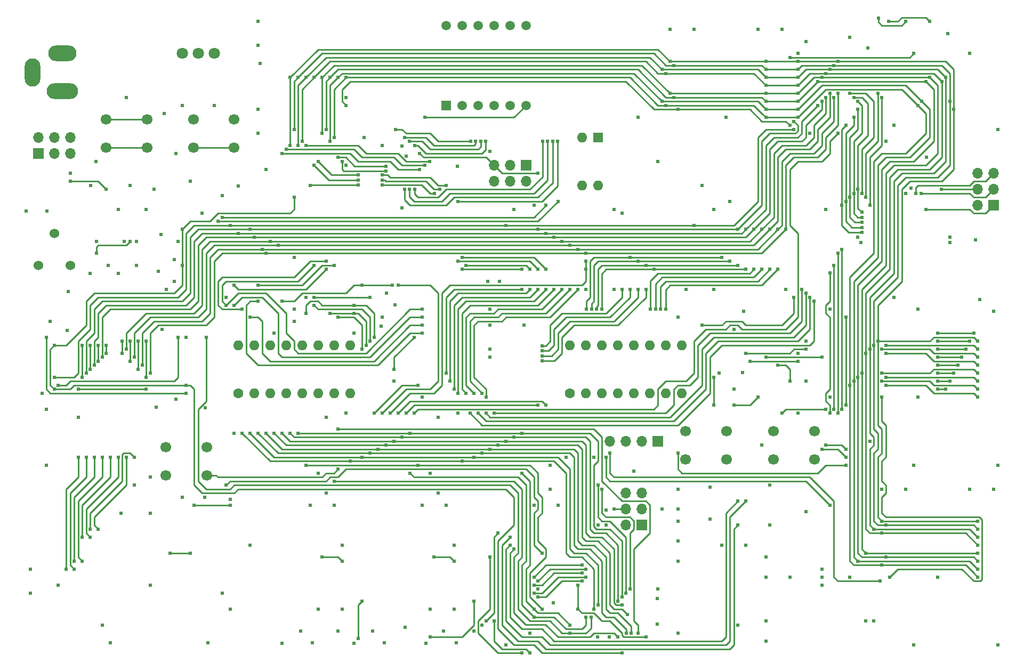
<source format=gbl>
G04 #@! TF.GenerationSoftware,KiCad,Pcbnew,5.1.4+dfsg1-1~bpo10+1*
G04 #@! TF.CreationDate,2019-09-20T11:34:30+08:00*
G04 #@! TF.ProjectId,8-Bit CPU,382d4269-7420-4435-9055-2e6b69636164,rev?*
G04 #@! TF.SameCoordinates,Original*
G04 #@! TF.FileFunction,Copper,L4,Bot*
G04 #@! TF.FilePolarity,Positive*
%FSLAX46Y46*%
G04 Gerber Fmt 4.6, Leading zero omitted, Abs format (unit mm)*
G04 Created by KiCad (PCBNEW 5.1.4+dfsg1-1~bpo10+1) date 2019-09-20 11:34:30*
%MOMM*%
%LPD*%
G04 APERTURE LIST*
%ADD10O,2.500000X4.500000*%
%ADD11O,5.000000X2.500000*%
%ADD12O,4.500000X2.500000*%
%ADD13C,1.800000*%
%ADD14R,1.700000X1.700000*%
%ADD15O,1.700000X1.700000*%
%ADD16C,1.500000*%
%ADD17R,1.500000X1.500000*%
%ADD18C,1.600000*%
%ADD19O,1.600000X1.600000*%
%ADD20C,1.700000*%
%ADD21R,1.600000X1.600000*%
%ADD22C,1.524000*%
%ADD23C,0.609600*%
%ADD24C,0.254000*%
G04 APERTURE END LIST*
D10*
X41020000Y-65230000D03*
D11*
X45720000Y-68230000D03*
D12*
X45720000Y-62230000D03*
D13*
X64770000Y-62230000D03*
X67310000Y-62230000D03*
X69850000Y-62230000D03*
D14*
X41910000Y-78105000D03*
D15*
X41910000Y-75565000D03*
X44450000Y-78105000D03*
X44450000Y-75565000D03*
X46990000Y-78105000D03*
X46990000Y-75565000D03*
D16*
X106680000Y-57785000D03*
X109220000Y-57785000D03*
X111760000Y-57785000D03*
X114300000Y-57785000D03*
X116840000Y-57785000D03*
X119380000Y-57785000D03*
X119380000Y-70485000D03*
X116840000Y-70485000D03*
X114300000Y-70485000D03*
X111760000Y-70485000D03*
X109220000Y-70485000D03*
D17*
X106680000Y-70485000D03*
D15*
X114300000Y-82550000D03*
X114300000Y-80010000D03*
X116840000Y-82550000D03*
X116840000Y-80010000D03*
X119380000Y-82550000D03*
D14*
X119380000Y-80010000D03*
D18*
X73660000Y-116205000D03*
D19*
X91440000Y-108585000D03*
X76200000Y-116205000D03*
X88900000Y-108585000D03*
X78740000Y-116205000D03*
X86360000Y-108585000D03*
X81280000Y-116205000D03*
X83820000Y-108585000D03*
X83820000Y-116205000D03*
X81280000Y-108585000D03*
X86360000Y-116205000D03*
X78740000Y-108585000D03*
X88900000Y-116205000D03*
X76200000Y-108585000D03*
X91440000Y-116205000D03*
X73660000Y-108585000D03*
D20*
X144705000Y-122210000D03*
X151205000Y-122210000D03*
X144705000Y-126710000D03*
X151205000Y-126710000D03*
D19*
X126365000Y-108585000D03*
X144145000Y-116205000D03*
X128905000Y-108585000D03*
X141605000Y-116205000D03*
X131445000Y-108585000D03*
X139065000Y-116205000D03*
X133985000Y-108585000D03*
X136525000Y-116205000D03*
X136525000Y-108585000D03*
X133985000Y-116205000D03*
X139065000Y-108585000D03*
X131445000Y-116205000D03*
X141605000Y-108585000D03*
X128905000Y-116205000D03*
X144145000Y-108585000D03*
D18*
X126365000Y-116205000D03*
D20*
X158675000Y-122210000D03*
X165175000Y-122210000D03*
X158675000Y-126710000D03*
X165175000Y-126710000D03*
X68655000Y-129250000D03*
X62155000Y-129250000D03*
X68655000Y-124750000D03*
X62155000Y-124750000D03*
D14*
X137795000Y-137160000D03*
D15*
X135255000Y-137160000D03*
X137795000Y-134620000D03*
X135255000Y-134620000D03*
X137795000Y-132080000D03*
X135255000Y-132080000D03*
D14*
X140335000Y-123825000D03*
D15*
X137795000Y-123825000D03*
X135255000Y-123825000D03*
X132715000Y-123825000D03*
D14*
X193675000Y-86360000D03*
D15*
X191135000Y-86360000D03*
X193675000Y-83820000D03*
X191135000Y-83820000D03*
X193675000Y-81280000D03*
X191135000Y-81280000D03*
D21*
X130810000Y-75565000D03*
D19*
X128270000Y-83185000D03*
X128270000Y-75565000D03*
X130810000Y-83185000D03*
D22*
X41910000Y-95885000D03*
X44450000Y-90805000D03*
X46990000Y-95885000D03*
D20*
X59205000Y-77180000D03*
X52705000Y-77180000D03*
X59205000Y-72680000D03*
X52705000Y-72680000D03*
X73025000Y-77180000D03*
X66525000Y-77180000D03*
X73025000Y-72680000D03*
X66525000Y-72680000D03*
D23*
X120650000Y-133985000D03*
X107950000Y-140335000D03*
X102870000Y-133985000D03*
X90170000Y-140335000D03*
X85090000Y-133985000D03*
X108585000Y-119380000D03*
X90805000Y-119380000D03*
X123714500Y-149527500D03*
X130810000Y-137160000D03*
X130175000Y-126365000D03*
X55078000Y-135255000D03*
X59690000Y-146685000D03*
X73025000Y-122555000D03*
X64770000Y-132715000D03*
X42545000Y-116205000D03*
X48260000Y-120015000D03*
X63802500Y-117142500D03*
X65405000Y-107315000D03*
X43815000Y-104775000D03*
X75565000Y-140335000D03*
X68882500Y-155877500D03*
X53340000Y-155877500D03*
X40640000Y-144145000D03*
X57150000Y-130810000D03*
X68453000Y-118491000D03*
X46657500Y-100027500D03*
X184785000Y-145415000D03*
X170815000Y-145415000D03*
X175895000Y-131445000D03*
X189865000Y-131445000D03*
X194310000Y-156210000D03*
X180975000Y-156210000D03*
X92075000Y-106680000D03*
X71755000Y-100965000D03*
X84455000Y-100965000D03*
X82550000Y-102870000D03*
X79375000Y-106680000D03*
X113665000Y-110490000D03*
X113665000Y-109220000D03*
X113665000Y-105410000D03*
X150075000Y-113030000D03*
X96520000Y-104140000D03*
X82550000Y-94615000D03*
X99695000Y-86756000D03*
X97201001Y-100330000D03*
X144780000Y-99695000D03*
X149225000Y-99695000D03*
X160655000Y-99695000D03*
X134620000Y-87630000D03*
X151765000Y-85725000D03*
X133350000Y-99695000D03*
X128905000Y-99695000D03*
X102870000Y-116840000D03*
X98425000Y-114300000D03*
X194310000Y-127635000D03*
X180975000Y-127635000D03*
X167640000Y-116840000D03*
X181610000Y-116840000D03*
X156845000Y-124460000D03*
X162560000Y-119380000D03*
X163830000Y-114300000D03*
X152400000Y-106045000D03*
X152400000Y-115570000D03*
X162560000Y-109855000D03*
X167640000Y-102870000D03*
X151130000Y-72390000D03*
X137160000Y-72390000D03*
X142240000Y-58420000D03*
X156210000Y-58420000D03*
X147320000Y-83185000D03*
X176530000Y-76200000D03*
X186690000Y-91440000D03*
X179705000Y-84455000D03*
X162560000Y-62230000D03*
X189865000Y-62230000D03*
X172555000Y-92240000D03*
X164465000Y-74930000D03*
X190754000Y-91821000D03*
X191437500Y-101297500D03*
X186333250Y-59079250D03*
X170815000Y-59690000D03*
X90805000Y-80010000D03*
X76835000Y-74930000D03*
X76835000Y-60960000D03*
X113665000Y-77802500D03*
X99695000Y-76905000D03*
X93677500Y-75565000D03*
X100330000Y-78505000D03*
X120650000Y-86360000D03*
X90805000Y-69215000D03*
X73660000Y-83312000D03*
X132080000Y-134780000D03*
X100203000Y-153416000D03*
X71120000Y-147955000D03*
X103505000Y-155890000D03*
X80645000Y-155890000D03*
X94996000Y-154002500D03*
X83566000Y-154002500D03*
X106299000Y-154002500D03*
X64770000Y-70485000D03*
X69850000Y-70485000D03*
X59055000Y-86995000D03*
X54610000Y-97155000D03*
X55565000Y-92075000D03*
X63802500Y-78105000D03*
X60960000Y-96835000D03*
X66040000Y-82550000D03*
X67945000Y-87630000D03*
X60325000Y-83820000D03*
X132617500Y-154940000D03*
X56515000Y-83185000D03*
X50165000Y-97155000D03*
X51120000Y-92075000D03*
X64135000Y-92075000D03*
X62230000Y-99695000D03*
X63500000Y-98425000D03*
X54610000Y-86995000D03*
X46990000Y-81280000D03*
X43307000Y-87249000D03*
X55880000Y-69215000D03*
X167005000Y-86995000D03*
X140335000Y-147320000D03*
X86360000Y-150495000D03*
X89535000Y-153990000D03*
X104140000Y-128905000D03*
X92075000Y-155890000D03*
X123190000Y-127635000D03*
X86360000Y-128905000D03*
X111125000Y-153990000D03*
X120015000Y-154305000D03*
X181610000Y-102870000D03*
X113314000Y-98425000D03*
X143510000Y-142875000D03*
X143510000Y-154305000D03*
X153035000Y-153035000D03*
X166370000Y-146685000D03*
X166370000Y-144145000D03*
X163830000Y-135040000D03*
X157480000Y-155575000D03*
X157480000Y-145415000D03*
X158115000Y-137160000D03*
X158115000Y-130810000D03*
X140208000Y-152908000D03*
X154305000Y-140335000D03*
X148590000Y-131130000D03*
X143510000Y-131445000D03*
X148590000Y-136210000D03*
X143510000Y-136525000D03*
X72390000Y-133047500D03*
X104140000Y-150495000D03*
X123190000Y-131445000D03*
X124460000Y-133985000D03*
X106680000Y-133985000D03*
X88900000Y-133985000D03*
X121285000Y-147320000D03*
X132080000Y-137160000D03*
X140970000Y-134620000D03*
X125730000Y-126365000D03*
X136525000Y-128572500D03*
X59690000Y-135255000D03*
X60630000Y-118440000D03*
X43180000Y-118745000D03*
X43180000Y-127635000D03*
X46507400Y-106197400D03*
X68326000Y-132715000D03*
X45085000Y-146685000D03*
X40640000Y-147955000D03*
X59690000Y-129540000D03*
X193675000Y-131445000D03*
X179705000Y-131445000D03*
X98535000Y-102125000D03*
X96369900Y-105560100D03*
X113665000Y-102870000D03*
X117475000Y-86995000D03*
X82550000Y-104775000D03*
X133350000Y-86995000D03*
X149225000Y-86995000D03*
X173990000Y-123825000D03*
X153972500Y-103202500D03*
X153797000Y-112903000D03*
X163830000Y-107950000D03*
X160020000Y-58420000D03*
X146050000Y-58420000D03*
X140335000Y-79375000D03*
X193675000Y-103172500D03*
X186690000Y-92240000D03*
X180505000Y-83655000D03*
X177800000Y-73660000D03*
X172085000Y-91440000D03*
X173634400Y-61315600D03*
X76835000Y-57150000D03*
X76835000Y-71120000D03*
X108490000Y-80105000D03*
X96520000Y-76835000D03*
X71120000Y-84836000D03*
X78105000Y-80645000D03*
X77137500Y-63832500D03*
X105410000Y-120015000D03*
X72390000Y-150495000D03*
X87630000Y-120015000D03*
X108282500Y-155877500D03*
X96852500Y-155877500D03*
X53020000Y-95885000D03*
X57465000Y-95885000D03*
X61927500Y-71755000D03*
X63500000Y-94935000D03*
X130776250Y-154906250D03*
X61435000Y-90965000D03*
X51035000Y-79375000D03*
X50235000Y-83185000D03*
X143510000Y-104140000D03*
X119077500Y-105410000D03*
X194310000Y-74295000D03*
X163830000Y-60325000D03*
X40005000Y-87249000D03*
X182950000Y-78740000D03*
X116205000Y-156210000D03*
X87630000Y-132080000D03*
X105410000Y-132080000D03*
X90170000Y-150495000D03*
X107950000Y-150495000D03*
X112395000Y-153035000D03*
X52070000Y-153035000D03*
X61595000Y-106045000D03*
X177800000Y-100965000D03*
X85422500Y-155877500D03*
X115189000Y-98425000D03*
X166370000Y-145415000D03*
X157480000Y-142240000D03*
X157480000Y-152400000D03*
X161290000Y-145415000D03*
X140208000Y-148844000D03*
X150495000Y-140335000D03*
X143510000Y-139700000D03*
X143510000Y-134620000D03*
X173355000Y-152400000D03*
X174625000Y-152400000D03*
X118745000Y-128905000D03*
X126365000Y-153035000D03*
X120650000Y-150495000D03*
X128880000Y-151790000D03*
X100965000Y-128905000D03*
X120650000Y-151765000D03*
X129680000Y-151765000D03*
X88900000Y-130175000D03*
X126365000Y-154305000D03*
X135255000Y-147955000D03*
X130810000Y-130810000D03*
X135890000Y-147320000D03*
X131445000Y-131445000D03*
X66675000Y-133985000D03*
X72390000Y-133985000D03*
X102235000Y-127635000D03*
X84455000Y-127635000D03*
X121920000Y-150495000D03*
X117475000Y-140970000D03*
X153035000Y-133350000D03*
X116840000Y-140335000D03*
X154305000Y-133350000D03*
X116840000Y-139065000D03*
X153035000Y-137160000D03*
X128270000Y-146050000D03*
X121285000Y-148590000D03*
X120650000Y-147955000D03*
X128905000Y-145415000D03*
X120650000Y-146685000D03*
X128270000Y-144780000D03*
X121285000Y-146050000D03*
X128905000Y-144145000D03*
X120650000Y-145415000D03*
X128270000Y-143510000D03*
X109220000Y-127000000D03*
X91440000Y-127000000D03*
X74295000Y-122555000D03*
X130175000Y-150495000D03*
X93345000Y-126365000D03*
X75565000Y-122555000D03*
X130810000Y-149860000D03*
X111125000Y-126365000D03*
X94615000Y-125730000D03*
X76835000Y-122555000D03*
X135280000Y-154305000D03*
X112395000Y-125730000D03*
X113665000Y-125095000D03*
X95885000Y-125095000D03*
X78105000Y-122555000D03*
X136080000Y-154305000D03*
X97155000Y-124460000D03*
X79375000Y-122555000D03*
X114935000Y-124460000D03*
X135445000Y-151320000D03*
X98425000Y-123825000D03*
X134620000Y-149860000D03*
X80645000Y-122555000D03*
X116205000Y-123825000D03*
X117475000Y-123190000D03*
X99695000Y-123190000D03*
X133985000Y-149225000D03*
X81915000Y-122555000D03*
X118745000Y-122555000D03*
X100965000Y-122555000D03*
X83185000Y-122555000D03*
X134620000Y-148590000D03*
X57150000Y-126365000D03*
X50165000Y-137795000D03*
X191135000Y-136525000D03*
X59690000Y-113030000D03*
X128905000Y-93980000D03*
X78105000Y-93980000D03*
X175895000Y-136525000D03*
X175260000Y-107950000D03*
X191135000Y-107950000D03*
X142240000Y-63500000D03*
X157480000Y-63500000D03*
X162560000Y-63500000D03*
X187325000Y-71120000D03*
X160655000Y-90170000D03*
X168910000Y-68580000D03*
X168910000Y-63500000D03*
X81915000Y-76835000D03*
X81915000Y-66040000D03*
X55880000Y-126365000D03*
X51435000Y-137795000D03*
X191135000Y-137795000D03*
X176530000Y-137160000D03*
X58420000Y-111760000D03*
X127635000Y-93345000D03*
X77470000Y-93345000D03*
X176530000Y-108585000D03*
X174625000Y-108585000D03*
X191135000Y-109220000D03*
X142875000Y-64135000D03*
X186690000Y-69850000D03*
X159385000Y-90170000D03*
X168275000Y-69215000D03*
X168275000Y-64135000D03*
X82550000Y-74295000D03*
X83185000Y-66040000D03*
X162560000Y-64770000D03*
X157480000Y-64770000D03*
X54610000Y-126365000D03*
X50165000Y-139065000D03*
X191135000Y-139065000D03*
X57150000Y-110490000D03*
X126365000Y-92710000D03*
X80010000Y-92710000D03*
X174625000Y-137795000D03*
X175895000Y-109220000D03*
X191135000Y-110490000D03*
X173990000Y-109220000D03*
X157480000Y-66040000D03*
X162560000Y-66040000D03*
X186055000Y-66040000D03*
X158115000Y-90170000D03*
X167640000Y-68580000D03*
X167640000Y-64770000D03*
X83185000Y-76835000D03*
X84455000Y-66040000D03*
X140970000Y-64770000D03*
X53340000Y-126365000D03*
X48895000Y-139065000D03*
X191135000Y-140335000D03*
X175895000Y-138430000D03*
X55880000Y-109220000D03*
X125095000Y-92075000D03*
X78740000Y-92075000D03*
X173355000Y-109855000D03*
X176530000Y-109855000D03*
X191135000Y-111760000D03*
X157480000Y-67310000D03*
X162560000Y-67310000D03*
X185420000Y-66675000D03*
X156845000Y-90170000D03*
X167005000Y-69215000D03*
X167005000Y-65405000D03*
X83820000Y-76200000D03*
X85725000Y-66040000D03*
X141605000Y-65405000D03*
X52070000Y-126365000D03*
X48895000Y-142875000D03*
X191135000Y-141605000D03*
X52070000Y-110490000D03*
X123825000Y-91440000D03*
X76200000Y-91440000D03*
X191135000Y-113030000D03*
X175895000Y-113030000D03*
X172720000Y-113030000D03*
X173355000Y-141605000D03*
X157480000Y-68580000D03*
X142240000Y-68580000D03*
X162560000Y-68580000D03*
X183515000Y-66040000D03*
X155575000Y-90170000D03*
X166370000Y-69850000D03*
X166370000Y-66040000D03*
X86995000Y-74930000D03*
X86995000Y-66040000D03*
X50800000Y-126365000D03*
X47625000Y-142875000D03*
X191135000Y-142875000D03*
X176530000Y-142240000D03*
X50800000Y-111760000D03*
X122555000Y-90805000D03*
X73660000Y-90805000D03*
X191135000Y-114300000D03*
X176530000Y-113665000D03*
X172085000Y-113665000D03*
X157480000Y-69850000D03*
X142875000Y-69215000D03*
X162560000Y-69850000D03*
X182880000Y-66675000D03*
X154305000Y-90170000D03*
X165735000Y-70485000D03*
X165735000Y-66675000D03*
X87630000Y-74295000D03*
X88265000Y-66040000D03*
X49530000Y-126365000D03*
X47625000Y-144145000D03*
X191135000Y-144145000D03*
X49530000Y-113030000D03*
X121285000Y-90170000D03*
X75565000Y-90170000D03*
X153035000Y-90170000D03*
X171450000Y-114300000D03*
X172085000Y-142875000D03*
X175895000Y-114300000D03*
X191135000Y-115570000D03*
X157480000Y-71120000D03*
X162560000Y-71120000D03*
X182245000Y-69850000D03*
X161925000Y-73025000D03*
X88265000Y-76200000D03*
X89535000Y-66040000D03*
X140970000Y-69850000D03*
X48260000Y-126365000D03*
X46355000Y-144145000D03*
X191135000Y-145415000D03*
X175895000Y-143510000D03*
X44450000Y-113665000D03*
X116205000Y-89535000D03*
X72390000Y-89535000D03*
X146050000Y-89535000D03*
X170815000Y-114935000D03*
X176530000Y-114935000D03*
X191135000Y-116840000D03*
X157480000Y-72390000D03*
X162560000Y-72390000D03*
X181610000Y-70485000D03*
X161925000Y-74295000D03*
X88900000Y-75565000D03*
X90805000Y-66040000D03*
X141605000Y-70485000D03*
X68580000Y-107315000D03*
X133985000Y-154940000D03*
X65405000Y-114935000D03*
X44450000Y-115570000D03*
X177165000Y-145415000D03*
X167005000Y-118745000D03*
X160020000Y-119380000D03*
X161290000Y-73660000D03*
X161290000Y-62865000D03*
X180975000Y-62230000D03*
X90805000Y-70485000D03*
X143510000Y-71120000D03*
X175895000Y-116840000D03*
X64770000Y-90170000D03*
X82550000Y-85090000D03*
X64770000Y-95885000D03*
X44450000Y-108585000D03*
X134620000Y-157480000D03*
X45085000Y-114935000D03*
X64135000Y-107315000D03*
X65405000Y-116205000D03*
X43180000Y-107315000D03*
X89535000Y-128270000D03*
X89535000Y-121920000D03*
X137160000Y-154305000D03*
X167640000Y-133985000D03*
X132080000Y-126365000D03*
X132715000Y-125730000D03*
X175592500Y-146050000D03*
X121920000Y-111055000D03*
X138430000Y-99695000D03*
X121920000Y-110255000D03*
X137160000Y-99695000D03*
X121920000Y-109455000D03*
X135890000Y-99695000D03*
X121920000Y-108655000D03*
X134620000Y-99695000D03*
X127635000Y-99695000D03*
X113030000Y-116840000D03*
X126365000Y-99695000D03*
X112395000Y-116205000D03*
X125095000Y-99695000D03*
X111125000Y-116205000D03*
X123825000Y-99695000D03*
X109855000Y-116205000D03*
X109220000Y-94615000D03*
X122555000Y-99695000D03*
X108585000Y-116205000D03*
X122555000Y-96520000D03*
X108585000Y-95250000D03*
X121285000Y-99695000D03*
X107950000Y-115570000D03*
X121285000Y-96520000D03*
X109855000Y-95885000D03*
X120015000Y-99695000D03*
X107315000Y-114300000D03*
X120015000Y-96520000D03*
X109220000Y-96520000D03*
X118745000Y-99695000D03*
X106680000Y-113030000D03*
X118745000Y-96520000D03*
X55245000Y-109855000D03*
X55245000Y-107950000D03*
X56515000Y-107950000D03*
X56515000Y-111125000D03*
X57785000Y-107950000D03*
X57785000Y-112395000D03*
X59055000Y-113665000D03*
X59055000Y-107950000D03*
X52705000Y-108585000D03*
X52705000Y-109855000D03*
X51435000Y-108585000D03*
X51435000Y-111125000D03*
X50165000Y-108585000D03*
X50165000Y-112395000D03*
X48895000Y-108585000D03*
X48895000Y-113665000D03*
X59055000Y-115570000D03*
X48260000Y-115570000D03*
X102870000Y-102870000D03*
X71755000Y-102235000D03*
X85725000Y-95885000D03*
X102870000Y-104140000D03*
X73025000Y-102235000D03*
X87630000Y-96520000D03*
X73025000Y-99060000D03*
X102870000Y-105410000D03*
X75565000Y-104140000D03*
X87630000Y-95250000D03*
X74295000Y-102870000D03*
X102870000Y-106680000D03*
X76835000Y-101600000D03*
X88900000Y-95885000D03*
X76835000Y-99060000D03*
X92075000Y-102235000D03*
X84455000Y-103505000D03*
X95250000Y-107315000D03*
X85725000Y-102235000D03*
X94615000Y-100965000D03*
X85725000Y-100965000D03*
X94615000Y-107950000D03*
X88265000Y-103505000D03*
X92075000Y-103505000D03*
X93980000Y-108585000D03*
X89535000Y-104140000D03*
X93345000Y-109220000D03*
X102235000Y-114935000D03*
X95250000Y-119380000D03*
X80645000Y-101600000D03*
X98151001Y-99060000D03*
X93345000Y-99060000D03*
X98425000Y-112395000D03*
X154940000Y-111125000D03*
X162560000Y-111125000D03*
X101600000Y-107315000D03*
X175330000Y-56585000D03*
X179705000Y-57150000D03*
X140735000Y-102870000D03*
X158115000Y-96520000D03*
X139935000Y-102870000D03*
X156845000Y-96520000D03*
X141535000Y-102870000D03*
X159385000Y-96520000D03*
X139135000Y-102870000D03*
X155575000Y-96520000D03*
X128975000Y-102870000D03*
X135890000Y-94615000D03*
X150495000Y-94615000D03*
X131375000Y-102870000D03*
X139700000Y-96520000D03*
X154305000Y-96520000D03*
X129775000Y-102870000D03*
X137160000Y-95250000D03*
X151765000Y-95250000D03*
X130575000Y-102870000D03*
X138430000Y-95885000D03*
X153035000Y-95885000D03*
X176930000Y-57150000D03*
X183515000Y-57150000D03*
X184785000Y-106680000D03*
X190500000Y-106680000D03*
X184785000Y-107950000D03*
X189865000Y-107950000D03*
X184785000Y-109220000D03*
X189230000Y-109220000D03*
X184785000Y-110490000D03*
X188595000Y-110490000D03*
X186055000Y-115570000D03*
X184785000Y-115570000D03*
X184785000Y-114300000D03*
X186690000Y-114300000D03*
X184785000Y-113030000D03*
X187325000Y-113030000D03*
X184785000Y-111760000D03*
X187960000Y-111760000D03*
X170180000Y-118110000D03*
X170180000Y-104140000D03*
X167005000Y-124460000D03*
X170180000Y-125095000D03*
X166370000Y-125095000D03*
X170180000Y-126365000D03*
X169545000Y-118745000D03*
X169545000Y-93345000D03*
X122555000Y-86360000D03*
X71120000Y-88265000D03*
X124460000Y-85725000D03*
X70485000Y-88900000D03*
X96520000Y-119380000D03*
X99101001Y-99060000D03*
X97790000Y-119380000D03*
X128905000Y-95250000D03*
X128905000Y-96520000D03*
X149225000Y-113665000D03*
X99060000Y-119380000D03*
X122555000Y-118110000D03*
X149225000Y-118110000D03*
X152400000Y-118110000D03*
X156210000Y-116840000D03*
X165100000Y-101600000D03*
X110490000Y-119380000D03*
X164465000Y-100965000D03*
X111760000Y-119380000D03*
X113030000Y-119380000D03*
X163830000Y-100330000D03*
X114300000Y-119380000D03*
X163195000Y-99695000D03*
X101600000Y-119380000D03*
X168910000Y-74930000D03*
X161925000Y-100965000D03*
X147320000Y-105410000D03*
X181305000Y-84455000D03*
X100330000Y-119380000D03*
X170180000Y-127635000D03*
X143510000Y-125730000D03*
X121285000Y-118110000D03*
X175895000Y-69215000D03*
X173990000Y-86360000D03*
X175260000Y-68580000D03*
X173355000Y-85090000D03*
X170815000Y-68580000D03*
X172720000Y-84455000D03*
X172720000Y-87440000D03*
X171450000Y-69215000D03*
X172085000Y-83820000D03*
X172720000Y-88240000D03*
X172085000Y-69850000D03*
X171450000Y-84455000D03*
X172085000Y-71120000D03*
X172720000Y-89040000D03*
X170815000Y-85090000D03*
X172720000Y-89840000D03*
X171450000Y-72390000D03*
X170180000Y-85725000D03*
X172720000Y-90640000D03*
X170180000Y-73660000D03*
X169545000Y-86360000D03*
X182905000Y-86995000D03*
X182105000Y-84455000D03*
X185350000Y-83820000D03*
X102470000Y-78105000D03*
X121285000Y-81280000D03*
X96520000Y-83115000D03*
X104870000Y-84455000D03*
X106680000Y-83185000D03*
X96520000Y-81515000D03*
X96520000Y-82315000D03*
X105670000Y-83820000D03*
X92710000Y-83115000D03*
X85090000Y-83185000D03*
X92710000Y-82315000D03*
X85725000Y-80010000D03*
X92710000Y-81515000D03*
X86360000Y-79375000D03*
X112960000Y-76200000D03*
X101670000Y-76835000D03*
X110560000Y-76200000D03*
X98620000Y-74295000D03*
X112160000Y-76200000D03*
X100870000Y-76200000D03*
X111360000Y-76200000D03*
X100070000Y-75565000D03*
X101670000Y-83820000D03*
X121990000Y-76200000D03*
X122790000Y-76200000D03*
X100870000Y-83820000D03*
X123590000Y-76200000D03*
X100070000Y-83820000D03*
X124390000Y-76200000D03*
X108585000Y-85725000D03*
X103270000Y-80010000D03*
X81280000Y-77470000D03*
X97155000Y-80905000D03*
X90170000Y-79375000D03*
X97155000Y-80105000D03*
X89535000Y-78740000D03*
X104070000Y-79375000D03*
X84455000Y-76835000D03*
X102470000Y-80645000D03*
X80645000Y-78105000D03*
X103270000Y-72390000D03*
X133350000Y-134620000D03*
X114935000Y-138430000D03*
X113030000Y-152400000D03*
X111125000Y-149225000D03*
X104140000Y-154940000D03*
X93345000Y-149225000D03*
X92710000Y-155194000D03*
X57465000Y-92075000D03*
X52705000Y-83820000D03*
X46990000Y-82550000D03*
X159385000Y-111760000D03*
X161290000Y-114300000D03*
X127635000Y-150520000D03*
X138430000Y-154940000D03*
X71755000Y-130810000D03*
X121920000Y-141605000D03*
X127635000Y-146685000D03*
X107950000Y-142875000D03*
X90170000Y-142875000D03*
X113665000Y-142240000D03*
X118745000Y-157480000D03*
X104775000Y-142240000D03*
X86995000Y-142240000D03*
X163830000Y-109220000D03*
X154305000Y-109855000D03*
X166370000Y-110490000D03*
X157480000Y-110490000D03*
X168910000Y-119380000D03*
X168910000Y-93980000D03*
X168275000Y-118745000D03*
X168275000Y-95885000D03*
X167640000Y-119380000D03*
X167640000Y-97085000D03*
X114300000Y-152400000D03*
X62865000Y-141605000D03*
X66040000Y-141605000D03*
X120015000Y-157480000D03*
X56515000Y-92075000D03*
X51120000Y-93980000D03*
D24*
X121285000Y-151130000D02*
X124460000Y-151130000D01*
X121285000Y-151130000D02*
X119380000Y-149225000D01*
X119380000Y-144145000D02*
X120015000Y-143510000D01*
X119380000Y-149225000D02*
X119380000Y-144145000D01*
X120015000Y-130175000D02*
X118745000Y-128905000D01*
X120015000Y-143510000D02*
X120015000Y-130175000D01*
X124460000Y-151130000D02*
X126365000Y-153035000D01*
X125730000Y-153670000D02*
X128270000Y-153670000D01*
X123825000Y-151765000D02*
X125730000Y-153670000D01*
X120650000Y-151765000D02*
X123825000Y-151765000D01*
X118745000Y-149860000D02*
X120650000Y-151765000D01*
X100965000Y-128905000D02*
X101600000Y-129540000D01*
X118110000Y-129540000D02*
X119380000Y-130810000D01*
X101600000Y-129540000D02*
X118110000Y-129540000D01*
X119380000Y-130810000D02*
X119380000Y-142875000D01*
X118745000Y-143510000D02*
X118745000Y-149860000D01*
X119380000Y-142875000D02*
X118745000Y-143510000D01*
X128880000Y-151790000D02*
X128880000Y-153060000D01*
X128880000Y-153060000D02*
X128270000Y-153670000D01*
X128905000Y-154305000D02*
X129680000Y-153530000D01*
X123190000Y-152400000D02*
X125095000Y-154305000D01*
X129680000Y-153530000D02*
X129680000Y-151765000D01*
X88900000Y-130175000D02*
X117475000Y-130175000D01*
X125095000Y-154305000D02*
X128905000Y-154305000D01*
X117475000Y-130175000D02*
X118745000Y-131445000D01*
X120015000Y-152400000D02*
X123190000Y-152400000D01*
X118745000Y-131445000D02*
X118745000Y-142240000D01*
X118745000Y-142240000D02*
X118110000Y-142875000D01*
X118110000Y-142875000D02*
X118110000Y-150495000D01*
X118110000Y-150495000D02*
X120015000Y-152400000D01*
X130810000Y-135890000D02*
X130810000Y-130810000D01*
X131445000Y-136525000D02*
X130810000Y-135890000D01*
X132715000Y-136525000D02*
X131445000Y-136525000D01*
X135255000Y-147955000D02*
X135255000Y-139065000D01*
X135255000Y-139065000D02*
X132715000Y-136525000D01*
X136525000Y-137795000D02*
X136525000Y-136525000D01*
X136525000Y-136525000D02*
X135890000Y-135890000D01*
X135890000Y-135890000D02*
X132080000Y-135890000D01*
X132080000Y-135890000D02*
X131445000Y-135255000D01*
X131445000Y-135255000D02*
X131445000Y-131445000D01*
X135890000Y-147320000D02*
X135890000Y-138430000D01*
X135890000Y-138430000D02*
X136525000Y-137795000D01*
X66675000Y-133985000D02*
X72390000Y-133985000D01*
X102235000Y-127635000D02*
X84455000Y-127635000D01*
X120650002Y-128270000D02*
X120015000Y-127635001D01*
X121920000Y-132715000D02*
X121285000Y-132080000D01*
X121285000Y-135890000D02*
X121920000Y-135255000D01*
X120015000Y-148590000D02*
X120014999Y-144780000D01*
X122555000Y-140970000D02*
X121285000Y-139700000D01*
X120015000Y-127635001D02*
X102235000Y-127635000D01*
X121920000Y-150495000D02*
X120015000Y-148590000D01*
X120014999Y-144780000D02*
X122555000Y-142240000D01*
X121285000Y-132080000D02*
X121285000Y-128905000D01*
X122555000Y-142240000D02*
X122555000Y-140970000D01*
X121285000Y-128905000D02*
X120650002Y-128270000D01*
X121920000Y-135255000D02*
X121920000Y-132715000D01*
X121285000Y-139700000D02*
X121285000Y-135890000D01*
X116840000Y-141605000D02*
X117475000Y-140970000D01*
X116840000Y-151765000D02*
X116840000Y-141605000D01*
X118745000Y-153670000D02*
X116840000Y-151765000D01*
X151130000Y-154940000D02*
X150495000Y-155575000D01*
X123825000Y-155575000D02*
X121920000Y-153670000D01*
X151130000Y-135255000D02*
X151130000Y-154940000D01*
X153035000Y-133350000D02*
X151130000Y-135255000D01*
X150495000Y-155575000D02*
X123825000Y-155575000D01*
X121920000Y-153670000D02*
X118745000Y-153670000D01*
X116840000Y-140335000D02*
X116205000Y-140970000D01*
X123190000Y-156210000D02*
X151130000Y-156210000D01*
X116205000Y-140970000D02*
X116205000Y-152400000D01*
X118745000Y-154940000D02*
X121920000Y-154940000D01*
X116205000Y-152400000D02*
X118745000Y-154940000D01*
X121920000Y-154940000D02*
X123190000Y-156210000D01*
X151130000Y-156210000D02*
X151765000Y-155575000D01*
X151765000Y-155575000D02*
X151765000Y-135890000D01*
X151765000Y-135890000D02*
X154305000Y-133350000D01*
X116840000Y-139065000D02*
X115570000Y-140335000D01*
X115570000Y-153035000D02*
X118110000Y-155575000D01*
X118110000Y-155575000D02*
X121285000Y-155575000D01*
X115570000Y-140335000D02*
X115570000Y-153035000D01*
X121285000Y-155575000D02*
X122555000Y-156845000D01*
X122555000Y-156845000D02*
X151765000Y-156845000D01*
X151765000Y-156845000D02*
X152400000Y-156210000D01*
X152400000Y-156210000D02*
X152400000Y-137795000D01*
X152400000Y-137795000D02*
X153035000Y-137160000D01*
X125095000Y-146050000D02*
X128270000Y-146050000D01*
X121285000Y-148590000D02*
X122555000Y-148590000D01*
X122555000Y-148590000D02*
X125095000Y-146050000D01*
X120650000Y-147955000D02*
X121920000Y-147955000D01*
X121920000Y-147955000D02*
X124460000Y-145415000D01*
X124460000Y-145415000D02*
X128905000Y-145415000D01*
X120650000Y-146685000D02*
X121920000Y-146685000D01*
X121920000Y-146685000D02*
X123825000Y-144780000D01*
X123825000Y-144780000D02*
X128270000Y-144780000D01*
X121285000Y-146050000D02*
X123190000Y-144145000D01*
X123190000Y-144145000D02*
X128905000Y-144145000D01*
X120650000Y-145415000D02*
X122555000Y-143510000D01*
X122555000Y-143510000D02*
X128270000Y-143510000D01*
X109220000Y-127000000D02*
X91440000Y-127000000D01*
X74295000Y-122555000D02*
X78740000Y-127000000D01*
X78740000Y-127000000D02*
X91440000Y-127000000D01*
X130175000Y-144145000D02*
X130175000Y-150495000D01*
X123825000Y-127000000D02*
X125730000Y-128905000D01*
X125730000Y-141605000D02*
X126365000Y-142240000D01*
X109220000Y-127000000D02*
X123825000Y-127000000D01*
X125730000Y-128905000D02*
X125730000Y-141605000D01*
X126365000Y-142240000D02*
X128270000Y-142240000D01*
X128270000Y-142240000D02*
X130175000Y-144145000D01*
X93345000Y-126365000D02*
X111125000Y-126365000D01*
X75565000Y-122555000D02*
X79375000Y-126365000D01*
X79375000Y-126365000D02*
X93345000Y-126365000D01*
X124460000Y-126365000D02*
X126365000Y-128270000D01*
X111125000Y-126365000D02*
X124460000Y-126365000D01*
X126365000Y-128270000D02*
X126365000Y-140970000D01*
X126365000Y-140970000D02*
X127000000Y-141605000D01*
X130810000Y-143510000D02*
X130810000Y-149860000D01*
X127000000Y-141605000D02*
X128905000Y-141605000D01*
X128905000Y-141605000D02*
X130810000Y-143510000D01*
X112395000Y-125730000D02*
X94615000Y-125730000D01*
X76835000Y-122555000D02*
X80010000Y-125730000D01*
X94615000Y-125730000D02*
X80010000Y-125730000D01*
X135280000Y-153695000D02*
X135280000Y-154305000D01*
X133350000Y-151765000D02*
X135280000Y-153695000D01*
X132080000Y-151765000D02*
X133350000Y-151765000D01*
X131445000Y-142875000D02*
X131445000Y-151130000D01*
X126365000Y-125730000D02*
X127000000Y-126365000D01*
X131445000Y-151130000D02*
X132080000Y-151765000D01*
X127000000Y-140335000D02*
X127635000Y-140970000D01*
X112395000Y-125730000D02*
X126365000Y-125730000D01*
X127635000Y-140970000D02*
X129540000Y-140970000D01*
X127000000Y-126365000D02*
X127000000Y-140335000D01*
X129540000Y-140970000D02*
X131445000Y-142875000D01*
X95885000Y-125095000D02*
X113665000Y-125095000D01*
X78105000Y-122555000D02*
X80645000Y-125095000D01*
X80645000Y-125095000D02*
X95885000Y-125095000D01*
X133985000Y-151130000D02*
X136080000Y-153225000D01*
X132080000Y-150495000D02*
X132715000Y-151130000D01*
X132715000Y-151130000D02*
X133985000Y-151130000D01*
X132080000Y-142240000D02*
X132080000Y-150495000D01*
X127000000Y-125095000D02*
X127635000Y-125730000D01*
X113665000Y-125095000D02*
X127000000Y-125095000D01*
X136080000Y-153225000D02*
X136080000Y-154305000D01*
X128270000Y-140335000D02*
X130175000Y-140335000D01*
X127635000Y-125730000D02*
X127635000Y-139700000D01*
X127635000Y-139700000D02*
X128270000Y-140335000D01*
X130175000Y-140335000D02*
X132080000Y-142240000D01*
X79375000Y-122555000D02*
X81280000Y-124460000D01*
X97155000Y-124460000D02*
X81280000Y-124460000D01*
X114935000Y-124460000D02*
X97155000Y-124460000D01*
X134620000Y-150495000D02*
X135445000Y-151320000D01*
X132715000Y-149860000D02*
X133350000Y-150495000D01*
X132715000Y-141605000D02*
X132715000Y-149860000D01*
X127635000Y-124460000D02*
X128270000Y-125095000D01*
X114935000Y-124460000D02*
X127635000Y-124460000D01*
X128270000Y-125095000D02*
X128270000Y-139065000D01*
X128905000Y-139700000D02*
X130810000Y-139700000D01*
X133350000Y-150495000D02*
X134620000Y-150495000D01*
X128270000Y-139065000D02*
X128905000Y-139700000D01*
X130810000Y-139700000D02*
X132715000Y-141605000D01*
X80645000Y-122555000D02*
X81915000Y-123825000D01*
X81915000Y-123825000D02*
X98425000Y-123825000D01*
X98425000Y-123825000D02*
X116205000Y-123825000D01*
X133731000Y-149860000D02*
X134620000Y-149860000D01*
X133350000Y-149479000D02*
X133731000Y-149860000D01*
X133350000Y-140970000D02*
X133350000Y-149479000D01*
X128270000Y-123825000D02*
X128905000Y-124460000D01*
X128905000Y-124460000D02*
X128905000Y-138430000D01*
X129540000Y-139065000D02*
X131445000Y-139065000D01*
X116205000Y-123825000D02*
X128270000Y-123825000D01*
X131445000Y-139065000D02*
X133350000Y-140970000D01*
X128905000Y-138430000D02*
X129540000Y-139065000D01*
X117475000Y-123190000D02*
X99695000Y-123190000D01*
X81915000Y-122555000D02*
X82550000Y-123190000D01*
X99695000Y-123190000D02*
X82550000Y-123190000D01*
X133985000Y-140335000D02*
X133985000Y-149225000D01*
X128905000Y-123190000D02*
X129540000Y-123825000D01*
X129540000Y-123825000D02*
X129540000Y-137795000D01*
X117475000Y-123190000D02*
X128905000Y-123190000D01*
X129540000Y-137795000D02*
X130175000Y-138430000D01*
X132080000Y-138430000D02*
X133985000Y-140335000D01*
X130175000Y-138430000D02*
X132080000Y-138430000D01*
X83185000Y-122555000D02*
X100965000Y-122555000D01*
X100965000Y-122555000D02*
X118745000Y-122555000D01*
X134620000Y-139700000D02*
X134620000Y-148590000D01*
X132715000Y-137795000D02*
X134620000Y-139700000D01*
X130556000Y-137795000D02*
X132715000Y-137795000D01*
X129540000Y-122555000D02*
X130810000Y-123825000D01*
X130175000Y-137414000D02*
X130556000Y-137795000D01*
X118745000Y-122555000D02*
X129540000Y-122555000D01*
X130175000Y-127635000D02*
X130175000Y-137414000D01*
X130810000Y-123825000D02*
X130810000Y-127000000D01*
X130810000Y-127000000D02*
X130175000Y-127635000D01*
X55499000Y-125730000D02*
X56515000Y-125730000D01*
X55245000Y-125984000D02*
X55499000Y-125730000D01*
X50165000Y-135255000D02*
X55245000Y-130175000D01*
X56515000Y-125730000D02*
X57150000Y-126365000D01*
X55245000Y-130175000D02*
X55245000Y-125984000D01*
X50165000Y-137795000D02*
X50165000Y-135255000D01*
X69850000Y-95250000D02*
X71120000Y-93980000D01*
X60960000Y-105410000D02*
X68580000Y-105410000D01*
X59690000Y-106680000D02*
X60960000Y-105410000D01*
X68580000Y-105410000D02*
X69850000Y-104140000D01*
X59690000Y-113030000D02*
X59690000Y-106680000D01*
X69850000Y-104140000D02*
X69850000Y-95250000D01*
X71120000Y-93980000D02*
X128905000Y-93980000D01*
X191135000Y-136525000D02*
X175895000Y-136525000D01*
X175895000Y-136525000D02*
X175260000Y-135890000D01*
X175260000Y-135890000D02*
X175260000Y-126365000D01*
X175260000Y-126365000D02*
X175895000Y-125730000D01*
X175895000Y-125730000D02*
X175895000Y-121920000D01*
X175895000Y-121920000D02*
X175260000Y-121285000D01*
X175260000Y-121285000D02*
X175260000Y-107950000D01*
X157480000Y-63500000D02*
X142240000Y-63500000D01*
X157480000Y-63500000D02*
X162560000Y-63500000D01*
X162560000Y-63500000D02*
X186055000Y-63500000D01*
X186055000Y-63500000D02*
X187325000Y-64770000D01*
X187325000Y-64770000D02*
X187325000Y-71120000D01*
X156845000Y-93980000D02*
X160655000Y-90170000D01*
X128905000Y-93980000D02*
X156845000Y-93980000D01*
X160655000Y-80010000D02*
X160655000Y-90170000D01*
X168910000Y-68580000D02*
X168910000Y-73660000D01*
X167005000Y-75565000D02*
X167005000Y-77470000D01*
X167005000Y-77470000D02*
X165735000Y-78740000D01*
X161925000Y-78740000D02*
X160655000Y-80010000D01*
X168910000Y-73660000D02*
X167005000Y-75565000D01*
X165735000Y-78740000D02*
X161925000Y-78740000D01*
X81915000Y-66040000D02*
X81915000Y-76835000D01*
X81915000Y-66040000D02*
X86360000Y-61595000D01*
X142240000Y-63500000D02*
X140335000Y-61595000D01*
X140335000Y-61595000D02*
X86360000Y-61595000D01*
X175260000Y-102235000D02*
X175260000Y-107950000D01*
X180340000Y-82550000D02*
X179070000Y-83820000D01*
X179070000Y-83820000D02*
X179070000Y-98425000D01*
X179070000Y-98425000D02*
X175260000Y-102235000D01*
X185420000Y-82550000D02*
X187325000Y-80645000D01*
X187325000Y-71120000D02*
X187325000Y-80645000D01*
X185420000Y-82550000D02*
X180340000Y-82550000D01*
X190500000Y-107315000D02*
X191135000Y-107950000D01*
X184150000Y-107315000D02*
X190500000Y-107315000D01*
X183515000Y-107950000D02*
X184150000Y-107315000D01*
X175260000Y-107950000D02*
X183515000Y-107950000D01*
X55880000Y-126365000D02*
X55880000Y-130810000D01*
X55880000Y-130810000D02*
X50800000Y-135890000D01*
X50800000Y-135890000D02*
X50800000Y-137160000D01*
X50800000Y-137160000D02*
X51435000Y-137795000D01*
X190500000Y-137160000D02*
X176530000Y-137160000D01*
X191135000Y-137795000D02*
X190500000Y-137160000D01*
X58420000Y-111760000D02*
X58420000Y-106680000D01*
X58420000Y-106680000D02*
X60325000Y-104775000D01*
X60325000Y-104775000D02*
X67945000Y-104775000D01*
X67945000Y-104775000D02*
X69215000Y-103505000D01*
X69215000Y-103505000D02*
X69215000Y-94615000D01*
X69215000Y-94615000D02*
X70485000Y-93345000D01*
X70485000Y-93345000D02*
X127635000Y-93345000D01*
X176530000Y-137160000D02*
X175260000Y-137160000D01*
X175260000Y-137160000D02*
X174625000Y-136525000D01*
X174625000Y-136525000D02*
X174625000Y-125730000D01*
X174625000Y-125730000D02*
X175260000Y-125095000D01*
X175260000Y-125095000D02*
X175260000Y-122555000D01*
X175260000Y-122555000D02*
X174625000Y-121920000D01*
X174625000Y-121920000D02*
X174625000Y-108585000D01*
X190500000Y-108585000D02*
X176530000Y-108585000D01*
X191135000Y-109220000D02*
X190500000Y-108585000D01*
X156845000Y-64135000D02*
X142875000Y-64135000D01*
X163195000Y-64135000D02*
X185420000Y-64135000D01*
X185420000Y-64135000D02*
X186690000Y-65405000D01*
X186690000Y-65405000D02*
X186690000Y-69850000D01*
X156210000Y-93345000D02*
X159385000Y-90170000D01*
X127635000Y-93345000D02*
X156210000Y-93345000D01*
X160020000Y-79375000D02*
X160020000Y-89535000D01*
X168275000Y-69215000D02*
X168275000Y-73025000D01*
X166370000Y-74930000D02*
X166370000Y-76835000D01*
X168275000Y-73025000D02*
X166370000Y-74930000D01*
X160020000Y-89535000D02*
X159385000Y-90170000D01*
X166370000Y-76835000D02*
X165100000Y-78105000D01*
X165100000Y-78105000D02*
X161290000Y-78105000D01*
X161290000Y-78105000D02*
X160020000Y-79375000D01*
X82550000Y-66675000D02*
X82550000Y-74295000D01*
X83185000Y-66040000D02*
X82550000Y-66675000D01*
X142875000Y-64135000D02*
X141605000Y-64135000D01*
X86995000Y-62230000D02*
X139700000Y-62230000D01*
X141605000Y-64135000D02*
X139700000Y-62230000D01*
X86995000Y-62230000D02*
X83185000Y-66040000D01*
X174625000Y-101600000D02*
X174625000Y-108585000D01*
X178435000Y-97790000D02*
X174625000Y-101600000D01*
X178435000Y-83185000D02*
X178435000Y-97790000D01*
X179705000Y-81915000D02*
X178435000Y-83185000D01*
X162560000Y-64770000D02*
X163195000Y-64135000D01*
X157480000Y-64770000D02*
X162560000Y-64770000D01*
X157480000Y-64770000D02*
X156845000Y-64135000D01*
X184785000Y-81915000D02*
X186690000Y-80010000D01*
X186690000Y-69850000D02*
X186690000Y-80010000D01*
X184785000Y-81915000D02*
X179705000Y-81915000D01*
X54610000Y-126365000D02*
X54610000Y-129540000D01*
X54610000Y-129540000D02*
X49530000Y-134620000D01*
X49530000Y-134620000D02*
X49530000Y-138430000D01*
X49530000Y-138430000D02*
X50165000Y-139065000D01*
X59690000Y-104140000D02*
X67310000Y-104140000D01*
X57150000Y-110490000D02*
X57150000Y-106680000D01*
X59690000Y-104140000D02*
X57150000Y-106680000D01*
X69850000Y-92710000D02*
X126365000Y-92710000D01*
X68580000Y-93980000D02*
X69850000Y-92710000D01*
X68580000Y-102870000D02*
X68580000Y-93980000D01*
X67310000Y-104140000D02*
X68580000Y-102870000D01*
X189865000Y-137795000D02*
X191135000Y-139065000D01*
X174625000Y-137795000D02*
X189865000Y-137795000D01*
X173990000Y-122555000D02*
X173990000Y-109220000D01*
X174625000Y-123190000D02*
X173990000Y-122555000D01*
X174625000Y-124460000D02*
X174625000Y-123190000D01*
X173990000Y-125095000D02*
X174625000Y-124460000D01*
X173990000Y-137160000D02*
X173990000Y-125095000D01*
X174625000Y-137795000D02*
X173990000Y-137160000D01*
X157480000Y-66040000D02*
X162560000Y-66040000D01*
X162560000Y-66040000D02*
X163830000Y-64770000D01*
X163830000Y-64770000D02*
X184785000Y-64770000D01*
X184785000Y-64770000D02*
X186055000Y-66040000D01*
X155575000Y-92710000D02*
X158115000Y-90170000D01*
X126365000Y-92710000D02*
X155575000Y-92710000D01*
X159385000Y-88900000D02*
X158115000Y-90170000D01*
X167640000Y-68580000D02*
X167640000Y-72390000D01*
X159385000Y-78740000D02*
X159385000Y-88900000D01*
X167640000Y-72390000D02*
X165735000Y-74295000D01*
X160655000Y-77470000D02*
X159385000Y-78740000D01*
X165735000Y-76200000D02*
X164465000Y-77470000D01*
X165735000Y-74295000D02*
X165735000Y-76200000D01*
X164465000Y-77470000D02*
X160655000Y-77470000D01*
X83185000Y-67310000D02*
X83185000Y-76835000D01*
X84455000Y-66040000D02*
X83185000Y-67310000D01*
X140970000Y-64770000D02*
X156210000Y-64770000D01*
X156210000Y-64770000D02*
X157480000Y-66040000D01*
X139065000Y-62865000D02*
X87630000Y-62865000D01*
X84455000Y-66040000D02*
X87630000Y-62865000D01*
X139065000Y-62865000D02*
X140970000Y-64770000D01*
X173990000Y-100965000D02*
X173990000Y-109220000D01*
X177800000Y-97155000D02*
X173990000Y-100965000D01*
X177800000Y-82550000D02*
X177800000Y-97155000D01*
X179070000Y-81280000D02*
X177800000Y-82550000D01*
X184150000Y-81280000D02*
X186055000Y-79375000D01*
X186055000Y-66040000D02*
X186055000Y-79375000D01*
X184150000Y-81280000D02*
X179070000Y-81280000D01*
X190500000Y-109855000D02*
X191135000Y-110490000D01*
X184150000Y-109855000D02*
X190500000Y-109855000D01*
X183515000Y-109220000D02*
X184150000Y-109855000D01*
X175895000Y-109220000D02*
X183515000Y-109220000D01*
X53340000Y-126365000D02*
X53340000Y-129540000D01*
X53340000Y-129540000D02*
X48895000Y-133985000D01*
X48895000Y-133985000D02*
X48895000Y-139065000D01*
X191135000Y-140335000D02*
X189230000Y-138430000D01*
X189230000Y-138430000D02*
X175895000Y-138430000D01*
X55880000Y-109220000D02*
X55880000Y-106680000D01*
X55880000Y-106680000D02*
X59055000Y-103505000D01*
X59055000Y-103505000D02*
X66675000Y-103505000D01*
X66675000Y-103505000D02*
X67945000Y-102235000D01*
X67945000Y-102235000D02*
X67945000Y-93345000D01*
X67945000Y-93345000D02*
X69215000Y-92075000D01*
X69215000Y-92075000D02*
X125095000Y-92075000D01*
X175895000Y-138430000D02*
X173990000Y-138430000D01*
X173990000Y-138430000D02*
X173355000Y-137795000D01*
X173355000Y-137795000D02*
X173355000Y-109855000D01*
X190500000Y-111125000D02*
X191135000Y-111760000D01*
X157480000Y-67310000D02*
X162560000Y-67310000D01*
X162560000Y-67310000D02*
X164465000Y-65405000D01*
X164465000Y-65405000D02*
X184150000Y-65405000D01*
X184150000Y-65405000D02*
X185420000Y-66675000D01*
X154940000Y-92075000D02*
X156845000Y-90170000D01*
X125095000Y-92075000D02*
X154940000Y-92075000D01*
X158750000Y-78105000D02*
X158750000Y-88265000D01*
X160020000Y-76835000D02*
X158750000Y-78105000D01*
X158750000Y-88265000D02*
X156845000Y-90170000D01*
X167005000Y-69215000D02*
X167005000Y-71755000D01*
X167005000Y-71755000D02*
X165100000Y-73660000D01*
X165100000Y-73660000D02*
X165100000Y-75565000D01*
X165100000Y-75565000D02*
X163830000Y-76835000D01*
X163830000Y-76835000D02*
X160020000Y-76835000D01*
X83820000Y-67945000D02*
X83820000Y-76200000D01*
X85725000Y-66040000D02*
X83820000Y-67945000D01*
X173355000Y-100330000D02*
X173355000Y-109855000D01*
X177165000Y-81915000D02*
X177165000Y-96520000D01*
X177165000Y-96520000D02*
X173355000Y-100330000D01*
X178435000Y-80645000D02*
X177165000Y-81915000D01*
X88265000Y-63500000D02*
X85725000Y-66040000D01*
X138430000Y-63500000D02*
X88265000Y-63500000D01*
X140335000Y-65405000D02*
X138430000Y-63500000D01*
X141605000Y-65405000D02*
X140335000Y-65405000D01*
X155575000Y-65405000D02*
X157480000Y-67310000D01*
X141605000Y-65405000D02*
X155575000Y-65405000D01*
X183515000Y-80645000D02*
X185420000Y-78740000D01*
X183515000Y-80645000D02*
X178435000Y-80645000D01*
X185420000Y-66675000D02*
X185420000Y-78740000D01*
X176530000Y-109855000D02*
X182880000Y-109855000D01*
X182880000Y-109855000D02*
X184150000Y-111125000D01*
X190500000Y-111125000D02*
X184150000Y-111125000D01*
X52070000Y-126365000D02*
X52070000Y-129540000D01*
X52070000Y-129540000D02*
X48260000Y-133350000D01*
X48260000Y-133350000D02*
X48260000Y-142240000D01*
X48260000Y-142240000D02*
X48895000Y-142875000D01*
X52070000Y-110490000D02*
X52070000Y-104140000D01*
X52070000Y-104140000D02*
X53340000Y-102870000D01*
X53340000Y-102870000D02*
X66040000Y-102870000D01*
X66040000Y-102870000D02*
X67310000Y-101600000D01*
X67310000Y-101600000D02*
X67310000Y-92710000D01*
X67310000Y-92710000D02*
X68580000Y-91440000D01*
X68580000Y-91440000D02*
X123825000Y-91440000D01*
X154305000Y-91440000D02*
X123825000Y-91440000D01*
X172720000Y-140970000D02*
X172720000Y-113030000D01*
X173355000Y-141605000D02*
X172720000Y-140970000D01*
X191135000Y-141605000D02*
X173355000Y-141605000D01*
X191135000Y-113030000D02*
X190500000Y-112395000D01*
X157480000Y-68580000D02*
X142240000Y-68580000D01*
X157480000Y-68580000D02*
X162560000Y-68580000D01*
X165100000Y-66040000D02*
X162560000Y-68580000D01*
X183515000Y-66040000D02*
X165100000Y-66040000D01*
X154305000Y-91440000D02*
X155575000Y-90170000D01*
X166370000Y-71120000D02*
X166370000Y-69850000D01*
X163830000Y-73660000D02*
X166370000Y-71120000D01*
X163195000Y-76200000D02*
X163830000Y-75565000D01*
X163830000Y-75565000D02*
X163830000Y-73660000D01*
X155575000Y-90170000D02*
X158115000Y-87630000D01*
X158115000Y-87630000D02*
X158115000Y-77470000D01*
X158115000Y-77470000D02*
X159385000Y-76200000D01*
X159385000Y-76200000D02*
X163195000Y-76200000D01*
X86995000Y-66040000D02*
X86995000Y-74930000D01*
X137795000Y-64135000D02*
X142240000Y-68580000D01*
X137795000Y-64135000D02*
X88900000Y-64135000D01*
X86995000Y-66040000D02*
X88900000Y-64135000D01*
X184785000Y-67310000D02*
X183515000Y-66040000D01*
X184785000Y-78105000D02*
X184785000Y-67310000D01*
X172720000Y-113030000D02*
X172720000Y-99695000D01*
X176530000Y-95885000D02*
X176530000Y-81280000D01*
X172720000Y-99695000D02*
X176530000Y-95885000D01*
X176530000Y-81280000D02*
X177800000Y-80010000D01*
X177800000Y-80010000D02*
X182880000Y-80010000D01*
X182880000Y-80010000D02*
X184785000Y-78105000D01*
X183515000Y-113030000D02*
X184150000Y-112395000D01*
X175895000Y-113030000D02*
X183515000Y-113030000D01*
X190500000Y-112395000D02*
X184150000Y-112395000D01*
X50800000Y-126365000D02*
X50800000Y-129540000D01*
X50800000Y-129540000D02*
X47625000Y-132715000D01*
X47625000Y-132715000D02*
X47625000Y-142875000D01*
X176530000Y-142240000D02*
X190500000Y-142240000D01*
X190500000Y-142240000D02*
X191135000Y-142875000D01*
X65405000Y-102235000D02*
X52705000Y-102235000D01*
X65405000Y-102235000D02*
X66675000Y-100965000D01*
X66675000Y-100965000D02*
X66675000Y-92075000D01*
X66675000Y-92075000D02*
X67945000Y-90805000D01*
X67945000Y-90805000D02*
X122555000Y-90805000D01*
X172720000Y-142240000D02*
X172085000Y-141605000D01*
X172085000Y-113665000D02*
X172085000Y-141605000D01*
X172720000Y-142240000D02*
X176530000Y-142240000D01*
X176530000Y-113665000D02*
X190500000Y-113665000D01*
X190500000Y-113665000D02*
X191135000Y-114300000D01*
X142875000Y-69215000D02*
X156845000Y-69215000D01*
X156845000Y-69215000D02*
X157480000Y-69850000D01*
X157480000Y-69850000D02*
X162560000Y-69850000D01*
X162560000Y-69850000D02*
X165735000Y-66675000D01*
X165735000Y-66675000D02*
X182880000Y-66675000D01*
X153670000Y-90805000D02*
X154305000Y-90170000D01*
X122555000Y-90805000D02*
X153670000Y-90805000D01*
X163195000Y-73025000D02*
X165735000Y-70485000D01*
X154305000Y-90170000D02*
X157480000Y-86995000D01*
X157480000Y-86995000D02*
X157480000Y-76835000D01*
X157480000Y-76835000D02*
X158750000Y-75565000D01*
X163195000Y-74930000D02*
X163195000Y-73025000D01*
X158750000Y-75565000D02*
X162560000Y-75565000D01*
X162560000Y-75565000D02*
X163195000Y-74930000D01*
X87630000Y-66675000D02*
X87630000Y-74295000D01*
X88265000Y-66040000D02*
X87630000Y-66675000D01*
X142875000Y-69215000D02*
X141605000Y-69215000D01*
X89535000Y-64770000D02*
X137160000Y-64770000D01*
X141605000Y-69215000D02*
X137160000Y-64770000D01*
X89535000Y-64770000D02*
X88265000Y-66040000D01*
X175895000Y-95250000D02*
X172085000Y-99060000D01*
X175895000Y-80645000D02*
X175895000Y-95250000D01*
X172085000Y-99060000D02*
X172085000Y-113665000D01*
X177165000Y-79375000D02*
X175895000Y-80645000D01*
X182880000Y-66675000D02*
X184150000Y-67945000D01*
X180975000Y-79375000D02*
X184150000Y-76200000D01*
X184150000Y-67945000D02*
X184150000Y-76200000D01*
X180975000Y-79375000D02*
X177165000Y-79375000D01*
X50800000Y-107950000D02*
X51435000Y-107315000D01*
X50800000Y-107950000D02*
X50800000Y-111760000D01*
X51435000Y-107315000D02*
X51435000Y-103505000D01*
X52705000Y-102235000D02*
X51435000Y-103505000D01*
X49530000Y-126365000D02*
X49530000Y-129540000D01*
X49530000Y-129540000D02*
X46990000Y-132080000D01*
X46990000Y-132080000D02*
X46990000Y-143510000D01*
X46990000Y-143510000D02*
X47625000Y-144145000D01*
X67310000Y-90170000D02*
X121285000Y-90170000D01*
X52070000Y-101600000D02*
X64770000Y-101600000D01*
X66040000Y-91440000D02*
X67310000Y-90170000D01*
X64770000Y-101600000D02*
X66040000Y-100330000D01*
X66040000Y-100330000D02*
X66040000Y-91440000D01*
X121285000Y-90170000D02*
X153035000Y-90170000D01*
X171450000Y-142240000D02*
X171450000Y-114300000D01*
X172085000Y-142875000D02*
X189865000Y-142875000D01*
X172085000Y-142875000D02*
X171450000Y-142240000D01*
X189865000Y-142875000D02*
X191135000Y-144145000D01*
X157480000Y-71120000D02*
X162560000Y-71120000D01*
X161925000Y-73025000D02*
X162560000Y-73660000D01*
X162179000Y-74930000D02*
X162560000Y-74549000D01*
X162560000Y-73660000D02*
X162560000Y-74549000D01*
X153035000Y-90170000D02*
X156845000Y-86360000D01*
X156845000Y-86360000D02*
X156845000Y-76200000D01*
X156845000Y-76200000D02*
X158115000Y-74930000D01*
X158115000Y-74930000D02*
X162179000Y-74930000D01*
X88265000Y-67310000D02*
X88265000Y-76200000D01*
X89535000Y-66040000D02*
X88265000Y-67310000D01*
X156210000Y-69850000D02*
X157480000Y-71120000D01*
X140970000Y-69850000D02*
X156210000Y-69850000D01*
X136525000Y-65405000D02*
X90170000Y-65405000D01*
X89535000Y-66040000D02*
X90170000Y-65405000D01*
X136525000Y-65405000D02*
X140970000Y-69850000D01*
X171450000Y-98425000D02*
X171450000Y-114300000D01*
X176530000Y-78740000D02*
X175260000Y-80010000D01*
X175260000Y-94615000D02*
X171450000Y-98425000D01*
X175260000Y-80010000D02*
X175260000Y-94615000D01*
X182245000Y-69850000D02*
X183515000Y-71120000D01*
X182245000Y-69850000D02*
X179705000Y-67310000D01*
X166370000Y-67310000D02*
X162560000Y-71120000D01*
X179705000Y-67310000D02*
X166370000Y-67310000D01*
X180340000Y-78740000D02*
X183515000Y-75565000D01*
X183515000Y-71120000D02*
X183515000Y-75565000D01*
X180340000Y-78740000D02*
X176530000Y-78740000D01*
X190500000Y-114935000D02*
X191135000Y-115570000D01*
X183515000Y-114300000D02*
X184150000Y-114935000D01*
X184150000Y-114935000D02*
X190500000Y-114935000D01*
X175895000Y-114300000D02*
X183515000Y-114300000D01*
X49530000Y-107950000D02*
X50800000Y-106680000D01*
X49530000Y-113030000D02*
X49530000Y-107950000D01*
X50800000Y-106680000D02*
X50800000Y-102870000D01*
X50800000Y-102870000D02*
X52070000Y-101600000D01*
X48260000Y-126365000D02*
X48260000Y-129540000D01*
X46355000Y-144145000D02*
X46355000Y-131445000D01*
X46355000Y-131445000D02*
X48260000Y-129540000D01*
X189230000Y-143510000D02*
X175895000Y-143510000D01*
X190500000Y-144780000D02*
X189230000Y-143510000D01*
X191135000Y-145415000D02*
X190500000Y-144780000D01*
X190500000Y-144780000D02*
X190409999Y-144689999D01*
X175895000Y-143510000D02*
X171450000Y-143510000D01*
X171450000Y-143510000D02*
X170815000Y-142875000D01*
X170815000Y-142875000D02*
X170815000Y-114935000D01*
X191135000Y-116840000D02*
X190500000Y-116205000D01*
X157480000Y-72390000D02*
X156845000Y-71755000D01*
X156845000Y-71755000D02*
X156754999Y-71664999D01*
X157480000Y-72390000D02*
X162560000Y-72390000D01*
X116205000Y-89535000D02*
X146050000Y-89535000D01*
X152400000Y-89535000D02*
X146050000Y-89535000D01*
X156210000Y-85725000D02*
X152400000Y-89535000D01*
X156210000Y-75565000D02*
X156210000Y-85725000D01*
X161925000Y-74295000D02*
X157480000Y-74295000D01*
X157480000Y-74295000D02*
X156210000Y-75565000D01*
X90805000Y-66040000D02*
X88900000Y-67945000D01*
X88900000Y-75565000D02*
X88900000Y-67945000D01*
X170815000Y-97790000D02*
X170815000Y-114935000D01*
X174625000Y-79375000D02*
X174625000Y-93980000D01*
X181610000Y-70485000D02*
X182880000Y-71755000D01*
X175895000Y-78105000D02*
X174625000Y-79375000D01*
X174625000Y-93980000D02*
X170815000Y-97790000D01*
X140335000Y-70485000D02*
X135890000Y-66040000D01*
X141605000Y-70485000D02*
X155575000Y-70485000D01*
X141605000Y-70485000D02*
X140335000Y-70485000D01*
X155575000Y-70485000D02*
X156845000Y-71755000D01*
X135890000Y-66040000D02*
X90805000Y-66040000D01*
X179070000Y-67945000D02*
X181610000Y-70485000D01*
X162560000Y-72390000D02*
X167005000Y-67945000D01*
X167005000Y-67945000D02*
X179070000Y-67945000D01*
X179705000Y-78105000D02*
X182880000Y-74930000D01*
X182880000Y-71755000D02*
X182880000Y-74930000D01*
X179705000Y-78105000D02*
X175895000Y-78105000D01*
X182880000Y-114935000D02*
X184150000Y-116205000D01*
X176530000Y-114935000D02*
X182880000Y-114935000D01*
X190500000Y-116205000D02*
X184150000Y-116205000D01*
X66675000Y-89535000D02*
X116205000Y-89535000D01*
X65405000Y-90805000D02*
X66675000Y-89535000D01*
X65405000Y-99695000D02*
X65405000Y-90805000D01*
X64135000Y-100965000D02*
X65405000Y-99695000D01*
X51435000Y-100965000D02*
X64135000Y-100965000D01*
X44450000Y-113665000D02*
X47625000Y-113665000D01*
X47625000Y-113665000D02*
X48260000Y-113030000D01*
X48260000Y-113030000D02*
X48260000Y-107950000D01*
X50165000Y-106045000D02*
X50165000Y-102235000D01*
X50165000Y-102235000D02*
X51435000Y-100965000D01*
X48260000Y-107950000D02*
X50165000Y-106045000D01*
X133350000Y-154305000D02*
X133985000Y-154940000D01*
X68580000Y-131445000D02*
X72390000Y-131445000D01*
X117475000Y-151130000D02*
X119298987Y-152953987D01*
X72390000Y-131445000D02*
X73025000Y-130810000D01*
X130175000Y-154305000D02*
X133350000Y-154305000D01*
X67310000Y-130175000D02*
X68580000Y-131445000D01*
X119298987Y-152953987D02*
X122473987Y-152953987D01*
X67310000Y-118745000D02*
X67310000Y-130175000D01*
X68580000Y-117475000D02*
X67310000Y-118745000D01*
X68580000Y-107315000D02*
X68580000Y-117475000D01*
X73025000Y-130810000D02*
X116840000Y-130810000D01*
X116840000Y-130810000D02*
X118110000Y-132080000D01*
X118110000Y-141605000D02*
X117475000Y-142240000D01*
X117475000Y-142240000D02*
X117475000Y-151130000D01*
X122473987Y-152953987D02*
X124460000Y-154940000D01*
X124460000Y-154940000D02*
X129540000Y-154940000D01*
X118110000Y-132080000D02*
X118110000Y-141605000D01*
X129540000Y-154940000D02*
X130175000Y-154305000D01*
X43815000Y-114935000D02*
X44450000Y-115570000D01*
X47625000Y-114935000D02*
X65405000Y-114935000D01*
X46990000Y-115570000D02*
X47625000Y-114935000D01*
X44450000Y-115570000D02*
X46990000Y-115570000D01*
X167005000Y-118745000D02*
X160655000Y-118745000D01*
X160655000Y-118745000D02*
X160020000Y-119380000D01*
X154940000Y-71120000D02*
X156845000Y-73025000D01*
X139700000Y-71120000D02*
X154940000Y-71120000D01*
X156845000Y-73025000D02*
X160655000Y-73025000D01*
X160655000Y-73025000D02*
X161290000Y-73660000D01*
X161290000Y-62865000D02*
X180340000Y-62865000D01*
X180340000Y-62865000D02*
X180975000Y-62230000D01*
X91440000Y-66675000D02*
X90170000Y-67945000D01*
X90170000Y-67945000D02*
X90170000Y-69850000D01*
X90170000Y-69850000D02*
X90805000Y-70485000D01*
X139700000Y-71120000D02*
X135255000Y-66675000D01*
X175895000Y-127000000D02*
X175895000Y-130175000D01*
X176530000Y-126365000D02*
X175895000Y-127000000D01*
X178435000Y-144145000D02*
X177165000Y-145415000D01*
X175895000Y-130175000D02*
X176530000Y-130810000D01*
X176530000Y-121285000D02*
X176530000Y-126365000D01*
X175895000Y-120650000D02*
X176530000Y-121285000D01*
X175895000Y-116840000D02*
X175895000Y-120650000D01*
X188595000Y-144145000D02*
X178435000Y-144145000D01*
X176530000Y-130810000D02*
X176530000Y-132080000D01*
X191389000Y-135890000D02*
X191770000Y-136271000D01*
X175895000Y-132715000D02*
X175895000Y-135255000D01*
X176530000Y-135890000D02*
X191389000Y-135890000D01*
X175895000Y-135255000D02*
X176530000Y-135890000D01*
X176530000Y-132080000D02*
X175895000Y-132715000D01*
X191770000Y-136271000D02*
X191770000Y-145796000D01*
X191770000Y-145796000D02*
X191516000Y-146050000D01*
X191516000Y-146050000D02*
X190500000Y-146050000D01*
X190500000Y-146050000D02*
X188595000Y-144145000D01*
X63500000Y-100330000D02*
X64770000Y-99060000D01*
X50800000Y-100330000D02*
X63500000Y-100330000D01*
X64770000Y-99060000D02*
X64770000Y-90170000D01*
X44450000Y-108585000D02*
X43815000Y-109220000D01*
X43815000Y-109220000D02*
X43815000Y-114935000D01*
X46355000Y-108585000D02*
X49530000Y-105410000D01*
X44450000Y-108585000D02*
X46355000Y-108585000D01*
X49530000Y-105410000D02*
X49530000Y-101600000D01*
X49530000Y-101600000D02*
X50800000Y-100330000D01*
X135255000Y-66675000D02*
X91440000Y-66675000D01*
X82550000Y-86995000D02*
X82550000Y-85090000D01*
X81915000Y-87630000D02*
X82550000Y-86995000D01*
X66040000Y-88900000D02*
X69215000Y-88900000D01*
X69215000Y-88900000D02*
X70485000Y-87630000D01*
X70485000Y-87630000D02*
X81915000Y-87630000D01*
X64770000Y-90170000D02*
X66040000Y-88900000D01*
X121920000Y-157480000D02*
X134620000Y-157480000D01*
X120650000Y-156210000D02*
X121920000Y-157480000D01*
X117475000Y-156210000D02*
X120650000Y-156210000D01*
X114935000Y-153670000D02*
X117475000Y-156210000D01*
X114935000Y-139700000D02*
X114935000Y-153670000D01*
X117475000Y-137160000D02*
X114935000Y-139700000D01*
X117475000Y-132715000D02*
X117475000Y-137160000D01*
X116205000Y-131445000D02*
X117475000Y-132715000D01*
X73660000Y-131445000D02*
X116205000Y-131445000D01*
X73025000Y-132080000D02*
X73660000Y-131445000D01*
X67945000Y-132080000D02*
X73025000Y-132080000D01*
X66675000Y-130810000D02*
X67945000Y-132080000D01*
X66675000Y-115570000D02*
X66675000Y-130810000D01*
X66040000Y-114935000D02*
X66675000Y-115570000D01*
X65405000Y-114935000D02*
X66040000Y-114935000D01*
X46990000Y-114300000D02*
X63500000Y-114300000D01*
X45085000Y-114935000D02*
X46355000Y-114935000D01*
X46355000Y-114935000D02*
X46990000Y-114300000D01*
X63500000Y-114300000D02*
X64135000Y-113665000D01*
X64135000Y-113665000D02*
X64135000Y-107315000D01*
X65405000Y-116205000D02*
X43815000Y-116205000D01*
X43180000Y-115570000D02*
X43180000Y-107315000D01*
X43815000Y-116205000D02*
X43180000Y-115570000D01*
X136525000Y-140970000D02*
X136525000Y-152400000D01*
X139065000Y-138430000D02*
X139065000Y-133985000D01*
X139065000Y-138430000D02*
X136525000Y-140970000D01*
X130175000Y-121920000D02*
X89535000Y-121920000D01*
X70430000Y-129540000D02*
X70140000Y-129250000D01*
X88900000Y-128905000D02*
X89535000Y-128270000D01*
X87630000Y-128905000D02*
X88900000Y-128905000D01*
X137160000Y-153035000D02*
X137160000Y-154305000D01*
X136525000Y-152400000D02*
X137160000Y-153035000D01*
X131445000Y-123190000D02*
X130175000Y-121920000D01*
X131445000Y-130175000D02*
X131445000Y-123190000D01*
X139065000Y-133985000D02*
X138430000Y-133350000D01*
X134620000Y-133350000D02*
X131445000Y-130175000D01*
X138430000Y-133350000D02*
X134620000Y-133350000D01*
X87630000Y-128905000D02*
X86995000Y-129540000D01*
X86995000Y-129540000D02*
X70430000Y-129540000D01*
X70140000Y-129250000D02*
X68655000Y-129250000D01*
X163830000Y-130175000D02*
X167640000Y-133985000D01*
X132715000Y-130175000D02*
X163830000Y-130175000D01*
X132080000Y-129540000D02*
X132715000Y-130175000D01*
X132080000Y-126365000D02*
X132080000Y-129540000D01*
X132715000Y-128905000D02*
X132715000Y-125730000D01*
X133350000Y-129540000D02*
X164465000Y-129540000D01*
X133350000Y-129540000D02*
X132715000Y-128905000D01*
X164465000Y-129540000D02*
X165735000Y-130810000D01*
X165100000Y-130175000D02*
X165735000Y-130810000D01*
X168275000Y-133350000D02*
X165735000Y-130810000D01*
X168275000Y-145415000D02*
X168275000Y-133350000D01*
X175592500Y-146050000D02*
X168910000Y-146050000D01*
X168910000Y-146050000D02*
X168275000Y-145415000D01*
X121920000Y-111055000D02*
X123895000Y-111055000D01*
X123895000Y-111055000D02*
X125095000Y-109855000D01*
X125095000Y-109855000D02*
X125095000Y-107315000D01*
X125095000Y-107315000D02*
X127000000Y-105410000D01*
X127000000Y-105410000D02*
X133985000Y-105410000D01*
X133985000Y-105410000D02*
X138430000Y-100965000D01*
X138430000Y-100965000D02*
X138430000Y-99695000D01*
X121920000Y-110255000D02*
X123425000Y-110255000D01*
X123425000Y-110255000D02*
X124460000Y-109220000D01*
X124460000Y-109220000D02*
X124460000Y-106680000D01*
X124460000Y-106680000D02*
X126365000Y-104775000D01*
X126365000Y-104775000D02*
X133350000Y-104775000D01*
X133350000Y-104775000D02*
X137160000Y-100965000D01*
X137160000Y-100965000D02*
X137160000Y-99695000D01*
X121920000Y-109455000D02*
X122955000Y-109455000D01*
X122955000Y-109455000D02*
X123825000Y-108585000D01*
X123825000Y-108585000D02*
X123825000Y-106045000D01*
X123825000Y-106045000D02*
X125730000Y-104140000D01*
X125730000Y-104140000D02*
X132715000Y-104140000D01*
X132715000Y-104140000D02*
X135890000Y-100965000D01*
X135890000Y-100965000D02*
X135890000Y-99695000D01*
X121920000Y-108655000D02*
X122485000Y-108655000D01*
X122485000Y-108655000D02*
X123190000Y-107950000D01*
X123190000Y-107950000D02*
X123190000Y-105410000D01*
X123190000Y-105410000D02*
X125095000Y-103505000D01*
X125095000Y-103505000D02*
X132080000Y-103505000D01*
X132080000Y-103505000D02*
X134620000Y-100965000D01*
X134620000Y-100965000D02*
X134620000Y-99695000D01*
X127635000Y-99695000D02*
X123190000Y-104140000D01*
X123190000Y-104140000D02*
X116205000Y-104140000D01*
X116205000Y-104140000D02*
X115570000Y-104775000D01*
X111125000Y-113665000D02*
X113030000Y-115570000D01*
X113030000Y-115570000D02*
X113030000Y-116840000D01*
X111125000Y-105410000D02*
X111125000Y-113665000D01*
X115570000Y-104775000D02*
X111760000Y-104775000D01*
X111760000Y-104775000D02*
X111125000Y-105410000D01*
X110490000Y-114300000D02*
X112395000Y-116205000D01*
X122555000Y-103505000D02*
X115570000Y-103505000D01*
X115570000Y-103505000D02*
X114935000Y-104140000D01*
X126365000Y-99695000D02*
X122555000Y-103505000D01*
X110490000Y-104775000D02*
X110490000Y-114300000D01*
X114935000Y-104140000D02*
X111125000Y-104140000D01*
X111125000Y-104140000D02*
X110490000Y-104775000D01*
X109855000Y-114935000D02*
X111125000Y-116205000D01*
X121920000Y-102870000D02*
X114935000Y-102870000D01*
X125095000Y-99695000D02*
X121920000Y-102870000D01*
X114935000Y-102870000D02*
X114300000Y-103505000D01*
X109855000Y-104140000D02*
X109855000Y-114935000D01*
X114300000Y-103505000D02*
X110490000Y-103505000D01*
X110490000Y-103505000D02*
X109855000Y-104140000D01*
X109220000Y-115570000D02*
X109855000Y-116205000D01*
X123825000Y-99695000D02*
X121285000Y-102235000D01*
X109220000Y-103505000D02*
X109220000Y-115570000D01*
X121285000Y-102235000D02*
X110490000Y-102235000D01*
X110490000Y-102235000D02*
X109220000Y-103505000D01*
X108585000Y-102870000D02*
X108585000Y-116205000D01*
X109855000Y-101600000D02*
X108585000Y-102870000D01*
X122555000Y-99695000D02*
X120650000Y-101600000D01*
X120650000Y-101600000D02*
X109855000Y-101600000D01*
X122555000Y-96520000D02*
X120650000Y-94615000D01*
X109220000Y-94615000D02*
X120650000Y-94615000D01*
X121285000Y-99695000D02*
X120015000Y-100965000D01*
X120015000Y-100965000D02*
X109220000Y-100965000D01*
X109220000Y-100965000D02*
X107950000Y-102235000D01*
X107950000Y-102235000D02*
X107950000Y-115570000D01*
X121285000Y-96520000D02*
X120015000Y-95250000D01*
X108585000Y-95250000D02*
X120015000Y-95250000D01*
X109855000Y-95885000D02*
X119380000Y-95885000D01*
X120015000Y-99695000D02*
X119380000Y-100330000D01*
X119380000Y-100330000D02*
X108585000Y-100330000D01*
X108585000Y-100330000D02*
X107315000Y-101600000D01*
X107315000Y-101600000D02*
X107315000Y-114300000D01*
X119380000Y-95885000D02*
X120015000Y-96520000D01*
X109220000Y-96520000D02*
X118745000Y-96520000D01*
X118745000Y-99695000D02*
X107950000Y-99695000D01*
X107950000Y-99695000D02*
X106680000Y-100965000D01*
X106680000Y-100965000D02*
X106680000Y-113030000D01*
X55245000Y-107950000D02*
X55245000Y-109855000D01*
X56515000Y-107950000D02*
X56515000Y-111125000D01*
X57785000Y-107950000D02*
X57785000Y-112395000D01*
X59055000Y-107950000D02*
X59055000Y-113665000D01*
X52705000Y-108585000D02*
X52705000Y-109855000D01*
X51435000Y-108585000D02*
X51435000Y-111125000D01*
X50165000Y-108585000D02*
X50165000Y-112395000D01*
X48895000Y-108585000D02*
X48895000Y-113665000D01*
X48260000Y-115570000D02*
X59055000Y-115570000D01*
X82550000Y-109220000D02*
X83185000Y-109855000D01*
X93980000Y-109855000D02*
X100965000Y-102870000D01*
X71755000Y-102235000D02*
X73660000Y-100330000D01*
X73660000Y-100330000D02*
X78105000Y-100330000D01*
X100965000Y-102870000D02*
X102870000Y-102870000D01*
X78105000Y-100330000D02*
X81280000Y-103505000D01*
X81280000Y-106680000D02*
X82550000Y-107950000D01*
X81280000Y-103505000D02*
X81280000Y-106680000D01*
X83185000Y-109855000D02*
X93980000Y-109855000D01*
X82550000Y-107950000D02*
X82550000Y-109220000D01*
X71755000Y-98425000D02*
X83185000Y-98425000D01*
X71120000Y-99060000D02*
X71755000Y-98425000D01*
X83185000Y-98425000D02*
X85725000Y-95885000D01*
X71120000Y-101600000D02*
X71120000Y-99060000D01*
X71755000Y-102235000D02*
X71120000Y-101600000D01*
X73660000Y-99695000D02*
X73025000Y-99060000D01*
X84455000Y-99695000D02*
X73660000Y-99695000D01*
X87630000Y-96520000D02*
X84455000Y-99695000D01*
X74295000Y-100965000D02*
X73025000Y-102235000D01*
X78728408Y-102235000D02*
X78099204Y-101605796D01*
X77470000Y-100965000D02*
X74295000Y-100965000D01*
X80010000Y-103505000D02*
X78740000Y-102235000D01*
X94615000Y-110490000D02*
X80645000Y-110490000D01*
X102870000Y-104140000D02*
X100965000Y-104140000D01*
X80645000Y-110490000D02*
X80010000Y-109855000D01*
X80010000Y-109855000D02*
X80010000Y-103505000D01*
X78099204Y-101594204D02*
X77470000Y-100965000D01*
X78740000Y-102235000D02*
X78728408Y-102235000D01*
X100965000Y-104140000D02*
X94615000Y-110490000D01*
X78099204Y-101605796D02*
X78099204Y-101594204D01*
X100965000Y-105410000D02*
X95250000Y-111125000D01*
X78740000Y-111125000D02*
X77470000Y-109855000D01*
X95250000Y-111125000D02*
X78740000Y-111125000D01*
X102870000Y-105410000D02*
X100965000Y-105410000D01*
X71120000Y-102870000D02*
X74295000Y-102870000D01*
X87630000Y-95250000D02*
X85090000Y-95250000D01*
X82550000Y-97790000D02*
X71120000Y-97790000D01*
X71120000Y-97790000D02*
X70485000Y-98425000D01*
X70485000Y-102235000D02*
X71120000Y-102870000D01*
X85090000Y-95250000D02*
X82550000Y-97790000D01*
X70485000Y-98425000D02*
X70485000Y-102235000D01*
X77470000Y-104775000D02*
X76835000Y-104140000D01*
X77470000Y-109855000D02*
X77470000Y-104775000D01*
X76835000Y-104140000D02*
X75565000Y-104140000D01*
X83820000Y-99060000D02*
X76835000Y-99060000D01*
X88900000Y-95885000D02*
X86995000Y-95885000D01*
X86995000Y-95885000D02*
X83820000Y-99060000D01*
X102870000Y-106680000D02*
X100965000Y-106680000D01*
X75565000Y-101600000D02*
X76835000Y-101600000D01*
X95885000Y-111760000D02*
X76835000Y-111760000D01*
X74930000Y-109855000D02*
X74930000Y-102235000D01*
X100965000Y-106680000D02*
X95885000Y-111760000D01*
X76835000Y-111760000D02*
X74930000Y-109855000D01*
X74930000Y-102235000D02*
X75565000Y-101600000D01*
X93980000Y-102235000D02*
X86995000Y-102235000D01*
X86995000Y-102235000D02*
X86360000Y-101600000D01*
X85090000Y-101600000D02*
X84455000Y-102235000D01*
X86360000Y-101600000D02*
X85090000Y-101600000D01*
X95250000Y-103505000D02*
X93980000Y-102235000D01*
X84455000Y-102235000D02*
X84455000Y-103505000D01*
X95250000Y-107315000D02*
X95250000Y-103505000D01*
X94615000Y-100965000D02*
X85725000Y-100965000D01*
X86360000Y-102870000D02*
X85725000Y-102235000D01*
X94615000Y-104140000D02*
X93345000Y-102870000D01*
X93345000Y-102870000D02*
X86360000Y-102870000D01*
X94615000Y-107950000D02*
X94615000Y-104140000D01*
X92710000Y-103505000D02*
X88265000Y-103505000D01*
X93980000Y-104775000D02*
X92710000Y-103505000D01*
X93980000Y-108585000D02*
X93980000Y-104775000D01*
X92075000Y-104140000D02*
X89535000Y-104140000D01*
X93345000Y-105410000D02*
X92075000Y-104140000D01*
X93345000Y-109220000D02*
X93345000Y-105410000D01*
X102235000Y-114935000D02*
X99695000Y-114935000D01*
X99695000Y-114935000D02*
X95250000Y-119380000D01*
X90805000Y-100330000D02*
X83820000Y-100330000D01*
X83820000Y-100330000D02*
X82550000Y-101600000D01*
X82550000Y-101600000D02*
X80645000Y-101600000D01*
X90805000Y-100330000D02*
X92075000Y-99060000D01*
X92075000Y-99060000D02*
X98151001Y-99060000D01*
X154940000Y-111125000D02*
X162560000Y-111125000D01*
X101600000Y-107315000D02*
X98425000Y-110490000D01*
X98425000Y-110490000D02*
X98425000Y-112395000D01*
X175330000Y-56585000D02*
X175330000Y-57220000D01*
X175330000Y-57220000D02*
X175895000Y-57785000D01*
X175895000Y-57785000D02*
X179070000Y-57785000D01*
X179070000Y-57785000D02*
X179705000Y-57150000D01*
X140735000Y-102870000D02*
X140735000Y-99295000D01*
X140735000Y-99295000D02*
X141605000Y-98425000D01*
X141605000Y-98425000D02*
X156210000Y-98425000D01*
X156210000Y-98425000D02*
X158115000Y-96520000D01*
X139935000Y-102870000D02*
X139935000Y-98825000D01*
X139935000Y-98825000D02*
X140970000Y-97790000D01*
X140970000Y-97790000D02*
X155575000Y-97790000D01*
X155575000Y-97790000D02*
X156845000Y-96520000D01*
X141535000Y-102870000D02*
X141535000Y-99765000D01*
X141535000Y-99765000D02*
X142240000Y-99060000D01*
X142240000Y-99060000D02*
X156845000Y-99060000D01*
X156845000Y-99060000D02*
X159385000Y-96520000D01*
X139135000Y-102870000D02*
X139135000Y-98355000D01*
X139135000Y-98355000D02*
X140335000Y-97155000D01*
X140335000Y-97155000D02*
X154940000Y-97155000D01*
X154940000Y-97155000D02*
X155575000Y-96520000D01*
X128975000Y-102870000D02*
X128975000Y-101530000D01*
X128975000Y-101530000D02*
X129540000Y-100965000D01*
X129540000Y-100965000D02*
X129540000Y-95250000D01*
X129540000Y-95250000D02*
X130175000Y-94615000D01*
X130175000Y-94615000D02*
X135890000Y-94615000D01*
X135890000Y-94615000D02*
X150495000Y-94615000D01*
X131375000Y-97225000D02*
X131375000Y-102870000D01*
X139700000Y-96520000D02*
X132080000Y-96520000D01*
X132080000Y-96520000D02*
X131375000Y-97225000D01*
X139700000Y-96520000D02*
X154305000Y-96520000D01*
X130810000Y-95250000D02*
X137160000Y-95250000D01*
X130175000Y-101600000D02*
X130175000Y-95885000D01*
X130175000Y-95885000D02*
X130810000Y-95250000D01*
X129775000Y-102870000D02*
X129775000Y-102000000D01*
X129775000Y-102000000D02*
X130175000Y-101600000D01*
X137160000Y-95250000D02*
X151765000Y-95250000D01*
X130810000Y-102235000D02*
X130575000Y-102470000D01*
X130810000Y-96520000D02*
X130810000Y-102235000D01*
X138430000Y-95885000D02*
X131445000Y-95885000D01*
X130575000Y-102470000D02*
X130575000Y-102870000D01*
X131445000Y-95885000D02*
X130810000Y-96520000D01*
X138430000Y-95885000D02*
X153035000Y-95885000D01*
X176930000Y-57150000D02*
X178435000Y-57150000D01*
X178435000Y-57150000D02*
X179070000Y-56515000D01*
X179070000Y-56515000D02*
X182880000Y-56515000D01*
X182880000Y-56515000D02*
X183515000Y-57150000D01*
X184785000Y-106680000D02*
X190500000Y-106680000D01*
X184785000Y-107950000D02*
X189865000Y-107950000D01*
X189230000Y-109220000D02*
X184785000Y-109220000D01*
X184785000Y-110490000D02*
X188595000Y-110490000D01*
X184785000Y-115570000D02*
X186055000Y-115570000D01*
X184785000Y-114300000D02*
X186690000Y-114300000D01*
X184785000Y-113030000D02*
X187325000Y-113030000D01*
X187960000Y-111760000D02*
X184785000Y-111760000D01*
X170180000Y-104140000D02*
X170180000Y-118110000D01*
X167005000Y-124460000D02*
X169545000Y-124460000D01*
X169545000Y-124460000D02*
X170180000Y-125095000D01*
X166370000Y-125095000D02*
X168910000Y-125095000D01*
X168910000Y-125095000D02*
X170180000Y-126365000D01*
X169545000Y-93345000D02*
X169545000Y-118745000D01*
X120650000Y-88265000D02*
X122555000Y-86360000D01*
X71120000Y-88265000D02*
X120650000Y-88265000D01*
X121285000Y-88900000D02*
X124460000Y-85725000D01*
X70485000Y-88900000D02*
X121285000Y-88900000D01*
X100330000Y-115570000D02*
X96520000Y-119380000D01*
X104140000Y-115570000D02*
X100330000Y-115570000D01*
X105410000Y-100330000D02*
X105410000Y-114300000D01*
X105410000Y-114300000D02*
X104140000Y-115570000D01*
X104140000Y-99060000D02*
X105410000Y-100330000D01*
X99101001Y-99060000D02*
X104140000Y-99060000D01*
X107315000Y-99060000D02*
X128270000Y-99060000D01*
X106045000Y-100330000D02*
X107315000Y-99060000D01*
X106045000Y-114935000D02*
X106045000Y-100330000D01*
X104775000Y-116205000D02*
X106045000Y-114935000D01*
X100965000Y-116205000D02*
X104775000Y-116205000D01*
X97790000Y-119380000D02*
X100965000Y-116205000D01*
X128270000Y-99060000D02*
X128905000Y-98425000D01*
X128905000Y-98425000D02*
X128905000Y-96520000D01*
X128905000Y-96520000D02*
X128905000Y-95250000D01*
X149225000Y-113665000D02*
X149225000Y-118110000D01*
X99060000Y-119380000D02*
X100965000Y-117475000D01*
X100965000Y-117475000D02*
X121920000Y-117475000D01*
X121920000Y-117475000D02*
X122555000Y-118110000D01*
X152400000Y-118110000D02*
X154940000Y-118110000D01*
X154940000Y-118110000D02*
X156210000Y-116840000D01*
X165100000Y-107950000D02*
X165100000Y-101600000D01*
X164465000Y-108585000D02*
X165100000Y-107950000D01*
X112395000Y-121285000D02*
X143510000Y-121285000D01*
X143510000Y-121285000D02*
X148590000Y-116205000D01*
X148590000Y-116205000D02*
X148590000Y-110490000D01*
X110490000Y-119380000D02*
X112395000Y-121285000D01*
X150495000Y-108585000D02*
X164465000Y-108585000D01*
X148590000Y-110490000D02*
X150495000Y-108585000D01*
X113030000Y-120650000D02*
X111760000Y-119380000D01*
X142875000Y-120650000D02*
X113030000Y-120650000D01*
X147955000Y-115570000D02*
X142875000Y-120650000D01*
X164465000Y-100965000D02*
X164465000Y-106045000D01*
X164465000Y-106045000D02*
X162560000Y-107950000D01*
X147955000Y-109855000D02*
X147955000Y-115570000D01*
X149860000Y-107950000D02*
X147955000Y-109855000D01*
X162560000Y-107950000D02*
X149860000Y-107950000D01*
X161925000Y-107315000D02*
X163830000Y-105410000D01*
X113665000Y-120015000D02*
X142240000Y-120015000D01*
X113030000Y-119380000D02*
X113665000Y-120015000D01*
X142240000Y-120015000D02*
X147320000Y-114935000D01*
X147320000Y-114935000D02*
X147320000Y-109220000D01*
X147320000Y-109220000D02*
X149225000Y-107315000D01*
X163830000Y-105410000D02*
X163830000Y-100330000D01*
X149225000Y-107315000D02*
X161925000Y-107315000D01*
X146685000Y-108585000D02*
X148590000Y-106680000D01*
X146685000Y-113665000D02*
X146685000Y-108585000D01*
X141605000Y-119380000D02*
X142875000Y-118110000D01*
X163195000Y-104775000D02*
X163195000Y-99695000D01*
X145415000Y-114935000D02*
X146685000Y-113665000D01*
X161290000Y-106680000D02*
X163195000Y-104775000D01*
X148590000Y-106680000D02*
X161290000Y-106680000D01*
X114300000Y-119380000D02*
X141605000Y-119380000D01*
X142875000Y-118110000D02*
X142875000Y-115570000D01*
X142875000Y-115570000D02*
X143510000Y-114935000D01*
X143510000Y-114935000D02*
X145415000Y-114935000D01*
X151765000Y-105410000D02*
X151130000Y-106045000D01*
X160655000Y-106045000D02*
X153670000Y-106045000D01*
X140335000Y-115570000D02*
X140335000Y-118110000D01*
X153035000Y-105410000D02*
X151765000Y-105410000D01*
X153670000Y-106045000D02*
X153035000Y-105410000D01*
X162560000Y-90805000D02*
X162560000Y-104140000D01*
X167640000Y-76200000D02*
X167640000Y-78105000D01*
X139700000Y-118745000D02*
X102235000Y-118745000D01*
X161290000Y-80645000D02*
X161290000Y-89535000D01*
X162560000Y-79375000D02*
X161290000Y-80645000D01*
X147955000Y-106045000D02*
X146050000Y-107950000D01*
X146050000Y-113030000D02*
X144780000Y-114300000D01*
X151130000Y-106045000D02*
X147955000Y-106045000D01*
X168910000Y-74930000D02*
X167640000Y-76200000D01*
X167640000Y-78105000D02*
X166370000Y-79375000D01*
X162560000Y-104140000D02*
X160655000Y-106045000D01*
X161290000Y-89535000D02*
X162560000Y-90805000D01*
X146050000Y-107950000D02*
X146050000Y-113030000D01*
X141605000Y-114300000D02*
X140335000Y-115570000D01*
X166370000Y-79375000D02*
X162560000Y-79375000D01*
X144780000Y-114300000D02*
X141605000Y-114300000D01*
X140335000Y-118110000D02*
X139700000Y-118745000D01*
X102235000Y-118745000D02*
X101600000Y-119380000D01*
X161925000Y-103505000D02*
X161925000Y-100965000D01*
X154305000Y-105410000D02*
X160020000Y-105410000D01*
X160020000Y-105410000D02*
X161925000Y-103505000D01*
X153670000Y-104775000D02*
X154305000Y-105410000D01*
X151130000Y-104775000D02*
X150495000Y-105410000D01*
X151130000Y-104775000D02*
X153670000Y-104775000D01*
X150495000Y-105410000D02*
X147320000Y-105410000D01*
X192405000Y-82550000D02*
X193675000Y-81280000D01*
X189865000Y-83185000D02*
X190500000Y-82550000D01*
X190500000Y-82550000D02*
X192405000Y-82550000D01*
X181610000Y-83185000D02*
X189865000Y-83185000D01*
X181305000Y-84455000D02*
X181305000Y-83490000D01*
X181305000Y-83490000D02*
X181610000Y-83185000D01*
X167005000Y-127635000D02*
X170180000Y-127635000D01*
X143510000Y-125730000D02*
X143510000Y-128270000D01*
X144145000Y-128905000D02*
X165735000Y-128905000D01*
X165735000Y-128905000D02*
X167005000Y-127635000D01*
X143510000Y-128270000D02*
X144145000Y-128905000D01*
X100330000Y-119380000D02*
X101600000Y-118110000D01*
X101600000Y-118110000D02*
X121285000Y-118110000D01*
X173990000Y-86360000D02*
X173990000Y-78740000D01*
X173990000Y-78740000D02*
X175895000Y-76835000D01*
X175895000Y-76835000D02*
X175895000Y-69215000D01*
X173355000Y-78105000D02*
X173355000Y-85090000D01*
X175260000Y-68580000D02*
X175260000Y-76200000D01*
X175260000Y-76200000D02*
X173355000Y-78105000D01*
X174625000Y-75565000D02*
X174625000Y-69850000D01*
X174625000Y-75565000D02*
X172720000Y-77470000D01*
X174625000Y-69850000D02*
X173355000Y-68580000D01*
X173355000Y-68580000D02*
X170815000Y-68580000D01*
X172720000Y-84455000D02*
X172720000Y-83185000D01*
X172720000Y-77470000D02*
X172720000Y-83185000D01*
X172720000Y-83185000D02*
X172720000Y-83820000D01*
X172085000Y-76835000D02*
X172085000Y-86805000D01*
X173672500Y-75247500D02*
X173672500Y-70167500D01*
X173672500Y-75247500D02*
X172085000Y-76835000D01*
X173672500Y-70167500D02*
X172720000Y-69215000D01*
X172720000Y-69215000D02*
X171450000Y-69215000D01*
X172085000Y-86805000D02*
X172720000Y-87440000D01*
X171450000Y-76200000D02*
X172720000Y-74930000D01*
X172720000Y-74930000D02*
X172720000Y-70485000D01*
X172720000Y-70485000D02*
X172085000Y-69850000D01*
X172720000Y-88240000D02*
X172060000Y-88240000D01*
X171450000Y-87630000D02*
X171450000Y-76200000D01*
X172060000Y-88240000D02*
X171450000Y-87630000D01*
X171590000Y-89040000D02*
X172720000Y-89040000D01*
X170815000Y-88265000D02*
X171590000Y-89040000D01*
X172085000Y-71120000D02*
X172085000Y-74295000D01*
X170815000Y-75565000D02*
X170815000Y-88265000D01*
X172085000Y-74295000D02*
X170815000Y-75565000D01*
X172720000Y-89840000D02*
X171120000Y-89840000D01*
X171120000Y-89840000D02*
X170180000Y-88900000D01*
X170180000Y-88900000D02*
X170180000Y-74930000D01*
X171450000Y-73660000D02*
X171450000Y-72390000D01*
X170180000Y-74930000D02*
X171450000Y-73660000D01*
X170650000Y-90640000D02*
X172720000Y-90640000D01*
X169545000Y-89535000D02*
X170650000Y-90640000D01*
X170180000Y-73660000D02*
X169545000Y-74295000D01*
X169545000Y-74295000D02*
X169545000Y-89535000D01*
X182905000Y-86995000D02*
X189865000Y-86995000D01*
X189865000Y-86995000D02*
X190500000Y-87630000D01*
X192405000Y-87630000D02*
X193675000Y-86360000D01*
X190500000Y-87630000D02*
X192405000Y-87630000D01*
X192405000Y-85090000D02*
X193675000Y-83820000D01*
X189865000Y-84455000D02*
X190500000Y-85090000D01*
X182105000Y-84455000D02*
X189865000Y-84455000D01*
X190500000Y-85090000D02*
X192405000Y-85090000D01*
X185350000Y-83820000D02*
X191135000Y-83820000D01*
X103105000Y-78740000D02*
X102470000Y-78105000D01*
X113030000Y-78740000D02*
X103105000Y-78740000D01*
X114300000Y-80010000D02*
X113030000Y-78740000D01*
X121285000Y-81280000D02*
X115570000Y-81280000D01*
X115570000Y-81280000D02*
X114300000Y-80010000D01*
X104870000Y-84455000D02*
X104140000Y-84455000D01*
X104140000Y-84455000D02*
X102800000Y-83115000D01*
X102800000Y-83115000D02*
X96520000Y-83115000D01*
X96520000Y-81515000D02*
X97390000Y-81515000D01*
X105410000Y-83185000D02*
X104140000Y-81915000D01*
X106680000Y-83185000D02*
X105410000Y-83185000D01*
X97790000Y-81915000D02*
X104140000Y-81915000D01*
X97390000Y-81515000D02*
X97790000Y-81915000D01*
X96520000Y-82315000D02*
X96920000Y-82315000D01*
X96920000Y-82315000D02*
X97155000Y-82550000D01*
X97155000Y-82550000D02*
X103505000Y-82550000D01*
X104775000Y-83820000D02*
X103505000Y-82550000D01*
X105670000Y-83820000D02*
X104775000Y-83820000D01*
X92710000Y-83115000D02*
X85090000Y-83115000D01*
X85725000Y-80010000D02*
X88030000Y-82315000D01*
X92710000Y-82315000D02*
X88030000Y-82315000D01*
X86360000Y-79375000D02*
X88500000Y-81515000D01*
X92710000Y-81515000D02*
X88500000Y-81515000D01*
X101670000Y-76835000D02*
X102235000Y-76835000D01*
X102235000Y-76835000D02*
X103505000Y-78105000D01*
X103505000Y-78105000D02*
X112395000Y-78105000D01*
X112960000Y-77540000D02*
X112960000Y-76200000D01*
X112395000Y-78105000D02*
X112960000Y-77540000D01*
X98620000Y-74295000D02*
X99695000Y-74295000D01*
X99695000Y-74295000D02*
X100330000Y-74930000D01*
X100330000Y-74930000D02*
X104140000Y-74930000D01*
X104140000Y-74930000D02*
X105410000Y-76200000D01*
X105410000Y-76200000D02*
X110560000Y-76200000D01*
X100870000Y-76200000D02*
X102870000Y-76200000D01*
X102870000Y-76200000D02*
X104140000Y-77470000D01*
X104140000Y-77470000D02*
X111760000Y-77470000D01*
X112160000Y-77070000D02*
X112160000Y-76200000D01*
X111760000Y-77470000D02*
X112160000Y-77070000D01*
X100070000Y-75565000D02*
X103505000Y-75565000D01*
X103505000Y-75565000D02*
X104775000Y-76835000D01*
X104775000Y-76835000D02*
X111125000Y-76835000D01*
X111360000Y-76600000D02*
X111360000Y-76200000D01*
X111125000Y-76835000D02*
X111360000Y-76600000D01*
X105410000Y-85090000D02*
X102235000Y-85090000D01*
X102235000Y-85090000D02*
X101670000Y-84525000D01*
X106680000Y-83820000D02*
X105410000Y-85090000D01*
X101670000Y-84525000D02*
X101670000Y-83820000D01*
X120015000Y-83820000D02*
X106680000Y-83820000D01*
X121990000Y-81845000D02*
X120015000Y-83820000D01*
X121990000Y-76200000D02*
X121990000Y-81845000D01*
X107315000Y-84455000D02*
X106045000Y-85725000D01*
X106045000Y-85725000D02*
X101600000Y-85725000D01*
X120650000Y-84455000D02*
X107315000Y-84455000D01*
X100870000Y-84995000D02*
X100870000Y-83820000D01*
X101600000Y-85725000D02*
X100870000Y-84995000D01*
X122790000Y-82315000D02*
X120650000Y-84455000D01*
X122790000Y-76200000D02*
X122790000Y-82315000D01*
X100070000Y-85465000D02*
X100070000Y-83820000D01*
X100965000Y-86360000D02*
X100070000Y-85465000D01*
X106680000Y-86360000D02*
X100965000Y-86360000D01*
X121285000Y-85090000D02*
X107950000Y-85090000D01*
X107950000Y-85090000D02*
X106680000Y-86360000D01*
X123590000Y-82785000D02*
X121285000Y-85090000D01*
X123590000Y-76200000D02*
X123590000Y-82785000D01*
X121920000Y-85725000D02*
X108585000Y-85725000D01*
X124390000Y-83255000D02*
X121920000Y-85725000D01*
X124390000Y-76200000D02*
X124390000Y-83255000D01*
X92075000Y-77470000D02*
X81280000Y-77470000D01*
X98425000Y-78740000D02*
X93345000Y-78740000D01*
X99695000Y-80010000D02*
X98425000Y-78740000D01*
X93345000Y-78740000D02*
X92075000Y-77470000D01*
X103270000Y-80010000D02*
X99695000Y-80010000D01*
X97155000Y-80905000D02*
X90430000Y-80905000D01*
X90430000Y-80905000D02*
X90170000Y-80645000D01*
X90170000Y-80645000D02*
X90170000Y-79375000D01*
X92170000Y-80105000D02*
X97155000Y-80105000D01*
X89535000Y-78740000D02*
X90805000Y-78740000D01*
X90805000Y-78740000D02*
X92170000Y-80105000D01*
X99060000Y-78105000D02*
X93980000Y-78105000D01*
X100330000Y-79375000D02*
X99060000Y-78105000D01*
X92710000Y-76835000D02*
X84455000Y-76835000D01*
X93980000Y-78105000D02*
X92710000Y-76835000D01*
X104070000Y-79375000D02*
X100330000Y-79375000D01*
X91440000Y-78105000D02*
X80645000Y-78105000D01*
X92710000Y-79375000D02*
X91440000Y-78105000D01*
X97790000Y-79375000D02*
X92710000Y-79375000D01*
X99060000Y-80645000D02*
X97790000Y-79375000D01*
X102470000Y-80645000D02*
X99060000Y-80645000D01*
X117475000Y-72390000D02*
X119380000Y-70485000D01*
X103270000Y-72390000D02*
X117475000Y-72390000D01*
X133350000Y-134620000D02*
X135255000Y-134620000D01*
X114300000Y-139065000D02*
X114935000Y-138430000D01*
X114300000Y-151130000D02*
X114300000Y-139065000D01*
X113030000Y-152400000D02*
X114300000Y-151130000D01*
X111125000Y-149225000D02*
X111125000Y-153035000D01*
X111125000Y-153035000D02*
X109220000Y-154940000D01*
X109220000Y-154940000D02*
X104140000Y-154940000D01*
X92710000Y-149860000D02*
X93345000Y-149225000D01*
X92710000Y-155194000D02*
X92710000Y-149860000D01*
X51435000Y-82550000D02*
X52705000Y-83820000D01*
X46990000Y-82550000D02*
X51435000Y-82550000D01*
X52705000Y-77180000D02*
X59205000Y-77180000D01*
X159385000Y-111760000D02*
X160655000Y-111760000D01*
X160655000Y-111760000D02*
X161290000Y-112395000D01*
X161290000Y-112395000D02*
X161290000Y-114300000D01*
X129540000Y-151130000D02*
X130175000Y-151130000D01*
X128245000Y-151130000D02*
X130175000Y-151130000D01*
X127635000Y-150520000D02*
X128245000Y-151130000D01*
X134874000Y-154940000D02*
X138430000Y-154940000D01*
X134620000Y-154686000D02*
X134874000Y-154940000D01*
X134620000Y-154305000D02*
X134620000Y-154686000D01*
X132715000Y-152400000D02*
X134620000Y-154305000D01*
X131445000Y-152400000D02*
X132715000Y-152400000D01*
X130175000Y-151130000D02*
X131445000Y-152400000D01*
X87630000Y-130175000D02*
X88265000Y-129540000D01*
X127635000Y-150520000D02*
X127635000Y-146685000D01*
X120650000Y-135255000D02*
X120650000Y-140335000D01*
X121285000Y-133350000D02*
X121285000Y-134620000D01*
X120650000Y-132715000D02*
X121285000Y-133350000D01*
X120650000Y-140335000D02*
X121920000Y-141605000D01*
X120650000Y-129540000D02*
X120650000Y-132715000D01*
X121285000Y-134620000D02*
X120650000Y-135255000D01*
X90805000Y-128270000D02*
X119380000Y-128270000D01*
X88265000Y-129540000D02*
X89535000Y-129540000D01*
X89535000Y-129540000D02*
X90805000Y-128270000D01*
X71755000Y-130810000D02*
X72390000Y-130175000D01*
X119380000Y-128270000D02*
X120650000Y-129540000D01*
X72390000Y-130175000D02*
X87630000Y-130175000D01*
X114935000Y-157480000D02*
X118745000Y-157480000D01*
X111760000Y-152400000D02*
X111760000Y-154305000D01*
X111760000Y-154305000D02*
X114935000Y-157480000D01*
X113665000Y-150495000D02*
X111760000Y-152400000D01*
X113665000Y-142240000D02*
X113665000Y-150495000D01*
X107315000Y-142240000D02*
X107950000Y-142875000D01*
X104775000Y-142240000D02*
X107315000Y-142240000D01*
X89535000Y-142240000D02*
X90170000Y-142875000D01*
X86995000Y-142240000D02*
X89535000Y-142240000D01*
X161290000Y-109855000D02*
X161925000Y-109220000D01*
X161925000Y-109220000D02*
X163830000Y-109220000D01*
X154305000Y-109855000D02*
X161290000Y-109855000D01*
X166370000Y-110490000D02*
X157480000Y-110490000D01*
X52630000Y-72680000D02*
X52630000Y-72315000D01*
X52705000Y-72680000D02*
X59205000Y-72680000D01*
X66525000Y-77180000D02*
X73025000Y-77180000D01*
X168910000Y-119380000D02*
X168910000Y-93980000D01*
X168275000Y-95885000D02*
X168275000Y-118745000D01*
X167640000Y-118110000D02*
X167640000Y-119380000D01*
X167640000Y-115570000D02*
X167005000Y-116205000D01*
X167005000Y-103505000D02*
X167640000Y-104140000D01*
X167640000Y-97085000D02*
X167640000Y-101600000D01*
X167640000Y-101600000D02*
X167005000Y-102235000D01*
X167005000Y-102235000D02*
X167005000Y-103505000D01*
X167005000Y-117475000D02*
X167640000Y-118110000D01*
X167005000Y-116205000D02*
X167005000Y-117475000D01*
X167640000Y-104140000D02*
X167640000Y-115570000D01*
X115570000Y-156845000D02*
X114300000Y-155575000D01*
X114300000Y-155575000D02*
X114300000Y-152400000D01*
X120015000Y-157480000D02*
X119380000Y-156845000D01*
X119380000Y-156845000D02*
X115570000Y-156845000D01*
X62865000Y-141605000D02*
X66040000Y-141605000D01*
X51120000Y-93025000D02*
X51120000Y-93980000D01*
X51435000Y-92710000D02*
X51120000Y-93025000D01*
X56515000Y-92075000D02*
X55880000Y-92710000D01*
X55880000Y-92710000D02*
X51435000Y-92710000D01*
M02*

</source>
